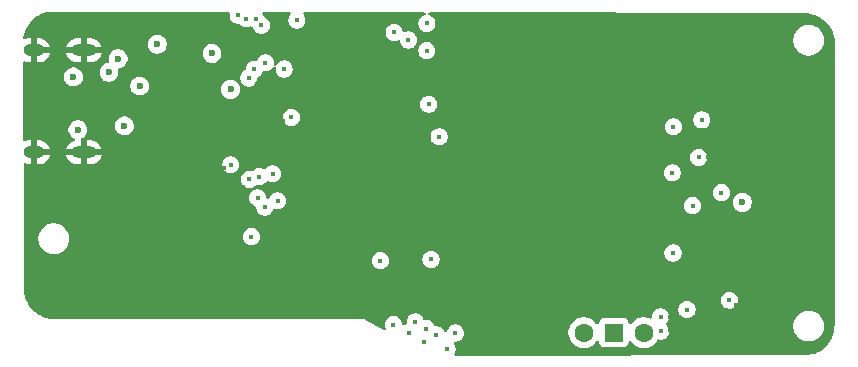
<source format=gbr>
%TF.GenerationSoftware,KiCad,Pcbnew,9.0.6-9.0.6~ubuntu24.04.1*%
%TF.CreationDate,2025-12-05T16:25:40-03:00*%
%TF.ProjectId,Smart_insoles_2025_v1,536d6172-745f-4696-9e73-6f6c65735f32,rev?*%
%TF.SameCoordinates,Original*%
%TF.FileFunction,Copper,L3,Inr*%
%TF.FilePolarity,Positive*%
%FSLAX46Y46*%
G04 Gerber Fmt 4.6, Leading zero omitted, Abs format (unit mm)*
G04 Created by KiCad (PCBNEW 9.0.6-9.0.6~ubuntu24.04.1) date 2025-12-05 16:25:40*
%MOMM*%
%LPD*%
G01*
G04 APERTURE LIST*
%TA.AperFunction,ComponentPad*%
%ADD10C,1.600000*%
%TD*%
%TA.AperFunction,ComponentPad*%
%ADD11R,1.500000X1.500000*%
%TD*%
%TA.AperFunction,HeatsinkPad*%
%ADD12O,1.800000X1.000000*%
%TD*%
%TA.AperFunction,HeatsinkPad*%
%ADD13O,2.100000X1.000000*%
%TD*%
%TA.AperFunction,ViaPad*%
%ADD14C,0.600000*%
%TD*%
%TA.AperFunction,ViaPad*%
%ADD15C,0.450000*%
%TD*%
G04 APERTURE END LIST*
D10*
%TO.N,unconnected-(SW3-C-Pad1)*%
%TO.C,SW3*%
X157690000Y-96620000D03*
D11*
%TO.N,/Battery Circuit Options/VBUS_OUT_B*%
X155150000Y-96620000D03*
D10*
%TO.N,Vsel*%
X152610000Y-96620000D03*
%TD*%
D12*
%TO.N,GND*%
%TO.C,J2*%
X106082500Y-81360000D03*
D13*
X110262500Y-81360000D03*
D12*
X106082500Y-72720000D03*
D13*
X110262500Y-72720000D03*
%TD*%
D14*
%TO.N,VBUS*%
X113710000Y-79130000D03*
X113180000Y-73430000D03*
%TO.N,GND*%
X108710000Y-80260000D03*
%TO.N,VBUS*%
X112410000Y-74590000D03*
X115020000Y-75750000D03*
X109780000Y-79440000D03*
X116510000Y-72220000D03*
X109400000Y-74980000D03*
D15*
%TO.N,+3V3*%
X137800000Y-96620000D03*
X139290000Y-96280000D03*
D14*
X121130000Y-72990000D03*
X122700000Y-76040000D03*
%TO.N,GND*%
X109470000Y-87430000D03*
X105800000Y-87660000D03*
X117230000Y-77160000D03*
X121270000Y-71170000D03*
X108490000Y-73840000D03*
X113700000Y-81830000D03*
X111870000Y-70210000D03*
X116420000Y-70240000D03*
X141830000Y-88290000D03*
X164150000Y-96470000D03*
D15*
X122140793Y-82653953D03*
%TO.N,S3*%
X125140000Y-83430000D03*
D14*
%TO.N,GND*%
X131430000Y-77540000D03*
D15*
X118875000Y-89050000D03*
X112250000Y-84350000D03*
X114900000Y-91100000D03*
X118850000Y-87150000D03*
X116900000Y-91100000D03*
X116900000Y-89075000D03*
X121000000Y-84200000D03*
X120750000Y-89075000D03*
X114420000Y-88130000D03*
X118850000Y-91025000D03*
X114875000Y-89100000D03*
X117800000Y-87000000D03*
X116525000Y-82330000D03*
X121050000Y-90150000D03*
X116840000Y-87180000D03*
X117450000Y-86090000D03*
X121100000Y-88110000D03*
X119650000Y-86850000D03*
X114385000Y-90115000D03*
X120775000Y-91075000D03*
X115900000Y-86900000D03*
D14*
X144120000Y-92000000D03*
D15*
%TO.N,/EN*%
X126680000Y-85470000D03*
X124475000Y-88510000D03*
%TO.N,/FSR_AnalogFE/FSR_IN*%
X140360000Y-80050000D03*
X139480000Y-77280000D03*
%TO.N,/FSR_AnalogFE/FSR_OUT_6*%
X164940000Y-93880000D03*
X136550000Y-71210000D03*
D14*
%TO.N,/FSR_AnalogFE/FSR_OUT_7*%
X166040000Y-85610000D03*
D15*
X139330000Y-70450000D03*
%TO.N,/FSR_AnalogFE/FSR_OUT_5*%
X164270000Y-84770000D03*
X137770000Y-71850000D03*
%TO.N,/FSR_AnalogFE/FSR_OUT_4*%
X161820000Y-85880000D03*
X139319000Y-72750000D03*
%TO.N,+3V3*%
X160190000Y-79200000D03*
X141040000Y-98020000D03*
X138330000Y-95720000D03*
X127847558Y-78403912D03*
X161350000Y-94690000D03*
X141725000Y-96665000D03*
X136500000Y-95950000D03*
X160100735Y-83100735D03*
X140110000Y-96810000D03*
X160170000Y-89884363D03*
X139050000Y-97460000D03*
%TO.N,GND*%
X139600000Y-75600000D03*
X163360000Y-78070000D03*
X129400000Y-88550000D03*
X117040000Y-94100000D03*
X126530000Y-87690000D03*
X150241000Y-78576363D03*
X129125000Y-93672885D03*
X138190000Y-72920000D03*
X124340000Y-82130000D03*
X115410000Y-94100000D03*
X169345800Y-76962000D03*
D14*
X133726259Y-86956186D03*
D15*
X140650000Y-90400000D03*
X141150000Y-80730000D03*
X115850000Y-93350000D03*
X119800000Y-93200000D03*
X150180000Y-89720000D03*
X133720778Y-75600000D03*
X130190000Y-79540000D03*
X135701750Y-75600000D03*
X139840000Y-94590000D03*
X144050000Y-97125000D03*
X121790000Y-94100000D03*
X131271323Y-89878677D03*
X116240000Y-94100000D03*
X154550000Y-88550000D03*
X143900000Y-79370000D03*
X117840000Y-94100000D03*
X111165000Y-95065000D03*
X159890000Y-96390000D03*
X138400000Y-69900000D03*
X106370000Y-92800000D03*
X118875000Y-93075000D03*
X122670000Y-94100000D03*
X137750000Y-75600000D03*
X118690000Y-94100000D03*
X165460000Y-94270000D03*
X164350000Y-93200000D03*
X122690000Y-93290000D03*
X145700000Y-75600000D03*
X120990000Y-92080000D03*
X130810000Y-91600000D03*
X142630000Y-85080000D03*
X143750000Y-75600000D03*
X113800000Y-94100000D03*
X119490000Y-94100000D03*
X132294463Y-85582500D03*
X129850000Y-72405000D03*
X127200000Y-93672885D03*
X131700000Y-75600000D03*
X172450000Y-91300000D03*
X163640000Y-79240163D03*
X116900000Y-93050000D03*
X168900000Y-90950000D03*
X160810000Y-86350000D03*
X114590000Y-94100000D03*
X159920003Y-95300000D03*
X127666511Y-83650000D03*
X131800000Y-72405000D03*
X135560000Y-71060000D03*
X127070000Y-87540000D03*
X122365500Y-87565500D03*
X142550000Y-86100000D03*
X114500000Y-92050000D03*
X117800000Y-93200000D03*
X122350000Y-89700000D03*
X147660000Y-75560000D03*
X120290000Y-94100000D03*
X120990000Y-94100000D03*
X136200000Y-91070000D03*
X136690000Y-72180000D03*
X163115031Y-81795963D03*
X163320000Y-89430000D03*
X166070000Y-86720000D03*
X141700000Y-75600000D03*
X113040000Y-94100000D03*
X122750000Y-86450000D03*
X129087028Y-72360554D03*
X163250000Y-84810000D03*
X144960141Y-92504273D03*
X124930000Y-75542500D03*
X172700000Y-76900000D03*
X127107828Y-78708550D03*
X154960000Y-77570000D03*
X123715735Y-84284265D03*
D14*
X129854433Y-93747885D03*
D15*
X128439853Y-85940001D03*
%TO.N,CS*%
X125650000Y-73790000D03*
X125310000Y-70600000D03*
%TO.N,SDO{slash}SA0*%
X124020000Y-70040000D03*
%TO.N,SCL*%
X124700000Y-74320400D03*
%TO.N,SDA*%
X124250000Y-75070000D03*
%TO.N,I3*%
X162610000Y-78620000D03*
X162330000Y-81790000D03*
%TO.N,S3*%
X125000000Y-85217000D03*
%TO.N,I7*%
X159120000Y-96500000D03*
X159120000Y-95300000D03*
%TO.N,S2*%
X126260000Y-83190000D03*
X125600000Y-86000000D03*
%TO.N,SIG*%
X135390000Y-90530000D03*
X139680000Y-90420000D03*
X122720598Y-82420598D03*
X124300000Y-83662660D03*
%TO.N,INT*%
X128320800Y-70160000D03*
%TO.N,SDX*%
X124820000Y-70080000D03*
%TO.N,SCX*%
X123342216Y-69745012D03*
%TO.N,INT2*%
X127240000Y-74310000D03*
%TD*%
%TA.AperFunction,Conductor*%
%TO.N,GND*%
G36*
X122505730Y-69473136D02*
G01*
X122572728Y-69492951D01*
X122618381Y-69545843D01*
X122628190Y-69615021D01*
X122627105Y-69621326D01*
X122616716Y-69673557D01*
X122616716Y-69816467D01*
X122616716Y-69816469D01*
X122616715Y-69816469D01*
X122644595Y-69956626D01*
X122644597Y-69956632D01*
X122699285Y-70088662D01*
X122699290Y-70088671D01*
X122778683Y-70207490D01*
X122778686Y-70207494D01*
X122879733Y-70308541D01*
X122879737Y-70308544D01*
X122998556Y-70387937D01*
X122998565Y-70387942D01*
X122999635Y-70388385D01*
X123130596Y-70442631D01*
X123130600Y-70442631D01*
X123130601Y-70442632D01*
X123270758Y-70470512D01*
X123373138Y-70470512D01*
X123440177Y-70490197D01*
X123460819Y-70506831D01*
X123557517Y-70603529D01*
X123557521Y-70603532D01*
X123676340Y-70682925D01*
X123676349Y-70682930D01*
X123704967Y-70694784D01*
X123808380Y-70737619D01*
X123808384Y-70737619D01*
X123808385Y-70737620D01*
X123948542Y-70765500D01*
X123948545Y-70765500D01*
X124091457Y-70765500D01*
X124185751Y-70746742D01*
X124231620Y-70737619D01*
X124335033Y-70694783D01*
X124369243Y-70691105D01*
X124403395Y-70687121D01*
X124404013Y-70687367D01*
X124404500Y-70687315D01*
X124436983Y-70697963D01*
X124444451Y-70701617D01*
X124476347Y-70722929D01*
X124552333Y-70754403D01*
X124555802Y-70756101D01*
X124578850Y-70777173D01*
X124603159Y-70796763D01*
X124606033Y-70802026D01*
X124607368Y-70803247D01*
X124607997Y-70805624D01*
X124615864Y-70820030D01*
X124667069Y-70943649D01*
X124667074Y-70943659D01*
X124746467Y-71062478D01*
X124746470Y-71062482D01*
X124847517Y-71163529D01*
X124847521Y-71163532D01*
X124966340Y-71242925D01*
X124966346Y-71242928D01*
X124966347Y-71242929D01*
X125098380Y-71297619D01*
X125098384Y-71297619D01*
X125098385Y-71297620D01*
X125238542Y-71325500D01*
X125238545Y-71325500D01*
X125381457Y-71325500D01*
X125475751Y-71306742D01*
X125521620Y-71297619D01*
X125560638Y-71281457D01*
X135824499Y-71281457D01*
X135852379Y-71421614D01*
X135852381Y-71421620D01*
X135907069Y-71553650D01*
X135907074Y-71553659D01*
X135986467Y-71672478D01*
X135986470Y-71672482D01*
X136087517Y-71773529D01*
X136087521Y-71773532D01*
X136206340Y-71852925D01*
X136206346Y-71852928D01*
X136206347Y-71852929D01*
X136338380Y-71907619D01*
X136338384Y-71907619D01*
X136338385Y-71907620D01*
X136478542Y-71935500D01*
X136478545Y-71935500D01*
X136621457Y-71935500D01*
X136715751Y-71916742D01*
X136761620Y-71907619D01*
X136880831Y-71858239D01*
X136950299Y-71850771D01*
X137012779Y-71882046D01*
X137048431Y-71942135D01*
X137049900Y-71948608D01*
X137072380Y-72061615D01*
X137072381Y-72061620D01*
X137127069Y-72193650D01*
X137127074Y-72193659D01*
X137206467Y-72312478D01*
X137206470Y-72312482D01*
X137307517Y-72413529D01*
X137307521Y-72413532D01*
X137426340Y-72492925D01*
X137426346Y-72492928D01*
X137426347Y-72492929D01*
X137558380Y-72547619D01*
X137558384Y-72547619D01*
X137558385Y-72547620D01*
X137698542Y-72575500D01*
X137698545Y-72575500D01*
X137841457Y-72575500D01*
X137965449Y-72550836D01*
X137975711Y-72548794D01*
X137981620Y-72547619D01*
X138113653Y-72492929D01*
X138232479Y-72413532D01*
X138333532Y-72312479D01*
X138412929Y-72193653D01*
X138467619Y-72061620D01*
X138482562Y-71986498D01*
X138495500Y-71921457D01*
X138495500Y-71778543D01*
X138492338Y-71762648D01*
X170349500Y-71762648D01*
X170349500Y-71967352D01*
X170353878Y-71994995D01*
X170381522Y-72169534D01*
X170444781Y-72364223D01*
X170498678Y-72470000D01*
X170533522Y-72538385D01*
X170537715Y-72546613D01*
X170658028Y-72712213D01*
X170802786Y-72856971D01*
X170944679Y-72960060D01*
X170968390Y-72977287D01*
X171084607Y-73036503D01*
X171150776Y-73070218D01*
X171150778Y-73070218D01*
X171150781Y-73070220D01*
X171222919Y-73093659D01*
X171345465Y-73133477D01*
X171431281Y-73147069D01*
X171547648Y-73165500D01*
X171547649Y-73165500D01*
X171752351Y-73165500D01*
X171752352Y-73165500D01*
X171954534Y-73133477D01*
X172149219Y-73070220D01*
X172151924Y-73068842D01*
X172160445Y-73064500D01*
X172331610Y-72977287D01*
X172432200Y-72904205D01*
X172497213Y-72856971D01*
X172497215Y-72856968D01*
X172497219Y-72856966D01*
X172641966Y-72712219D01*
X172641968Y-72712215D01*
X172641971Y-72712213D01*
X172724089Y-72599185D01*
X172762287Y-72546610D01*
X172855220Y-72364219D01*
X172918477Y-72169534D01*
X172950500Y-71967352D01*
X172950500Y-71762648D01*
X172943745Y-71720000D01*
X172918477Y-71560465D01*
X172872300Y-71418349D01*
X172855220Y-71365781D01*
X172855218Y-71365778D01*
X172855218Y-71365776D01*
X172805073Y-71267362D01*
X172762287Y-71183390D01*
X172754556Y-71172749D01*
X172641971Y-71017786D01*
X172497213Y-70873028D01*
X172331613Y-70752715D01*
X172331612Y-70752714D01*
X172331610Y-70752713D01*
X172273156Y-70722929D01*
X172149223Y-70659781D01*
X171954534Y-70596522D01*
X171768584Y-70567071D01*
X171752352Y-70564500D01*
X171547648Y-70564500D01*
X171531416Y-70567071D01*
X171345465Y-70596522D01*
X171150776Y-70659781D01*
X170968386Y-70752715D01*
X170802786Y-70873028D01*
X170658028Y-71017786D01*
X170537715Y-71183386D01*
X170444781Y-71365776D01*
X170381522Y-71560465D01*
X170356255Y-71720000D01*
X170349500Y-71762648D01*
X138492338Y-71762648D01*
X138478156Y-71691353D01*
X138467619Y-71638380D01*
X138425318Y-71536258D01*
X138412930Y-71506349D01*
X138412925Y-71506340D01*
X138333532Y-71387521D01*
X138333529Y-71387517D01*
X138232482Y-71286470D01*
X138232478Y-71286467D01*
X138113659Y-71207074D01*
X138113650Y-71207069D01*
X137981620Y-71152381D01*
X137981614Y-71152379D01*
X137841457Y-71124500D01*
X137841455Y-71124500D01*
X137698545Y-71124500D01*
X137698543Y-71124500D01*
X137558385Y-71152379D01*
X137558375Y-71152382D01*
X137439168Y-71201759D01*
X137369699Y-71209228D01*
X137307220Y-71177952D01*
X137271568Y-71117863D01*
X137270099Y-71111390D01*
X137247620Y-70998385D01*
X137247619Y-70998384D01*
X137247619Y-70998380D01*
X137201315Y-70886592D01*
X137192930Y-70866349D01*
X137192925Y-70866340D01*
X137113532Y-70747521D01*
X137113529Y-70747517D01*
X137012482Y-70646470D01*
X137012478Y-70646467D01*
X136893659Y-70567074D01*
X136893650Y-70567069D01*
X136761620Y-70512381D01*
X136761614Y-70512379D01*
X136621457Y-70484500D01*
X136621455Y-70484500D01*
X136478545Y-70484500D01*
X136478543Y-70484500D01*
X136338385Y-70512379D01*
X136338379Y-70512381D01*
X136206349Y-70567069D01*
X136206340Y-70567074D01*
X136087521Y-70646467D01*
X136087517Y-70646470D01*
X135986470Y-70747517D01*
X135986467Y-70747521D01*
X135907074Y-70866340D01*
X135907069Y-70866349D01*
X135852381Y-70998379D01*
X135852379Y-70998385D01*
X135824500Y-71138542D01*
X135824500Y-71138545D01*
X135824500Y-71281455D01*
X135824500Y-71281457D01*
X135824499Y-71281457D01*
X125560638Y-71281457D01*
X125653653Y-71242929D01*
X125772479Y-71163532D01*
X125873532Y-71062479D01*
X125952929Y-70943653D01*
X126007619Y-70811620D01*
X126030227Y-70697963D01*
X126035500Y-70671457D01*
X126035500Y-70528542D01*
X126007620Y-70388385D01*
X126007619Y-70388384D01*
X126007619Y-70388380D01*
X125952929Y-70256347D01*
X125952928Y-70256346D01*
X125952925Y-70256340D01*
X125873532Y-70137521D01*
X125873529Y-70137517D01*
X125772482Y-70036470D01*
X125772478Y-70036467D01*
X125653659Y-69957074D01*
X125653649Y-69957069D01*
X125581242Y-69927077D01*
X125560818Y-69910618D01*
X125538217Y-69897308D01*
X125531632Y-69887098D01*
X125526839Y-69883236D01*
X125517993Y-69868383D01*
X125515913Y-69864261D01*
X125462929Y-69736347D01*
X125415651Y-69665591D01*
X125412249Y-69658849D01*
X125407243Y-69631616D01*
X125398971Y-69605196D01*
X125401017Y-69597737D01*
X125399619Y-69590130D01*
X125410130Y-69564515D01*
X125417455Y-69537816D01*
X125423208Y-69532647D01*
X125426145Y-69525492D01*
X125448838Y-69509625D01*
X125469434Y-69491125D01*
X125478097Y-69489167D01*
X125483407Y-69485456D01*
X125496851Y-69484931D01*
X125523188Y-69478982D01*
X127672522Y-69483145D01*
X127739521Y-69502960D01*
X127785174Y-69555852D01*
X127794983Y-69625030D01*
X127765835Y-69688529D01*
X127759968Y-69694820D01*
X127757267Y-69697521D01*
X127677874Y-69816340D01*
X127677869Y-69816349D01*
X127623181Y-69948379D01*
X127623179Y-69948385D01*
X127595300Y-70088542D01*
X127595300Y-70088545D01*
X127595300Y-70231455D01*
X127595300Y-70231457D01*
X127595299Y-70231457D01*
X127623179Y-70371614D01*
X127623181Y-70371620D01*
X127677869Y-70503650D01*
X127677874Y-70503659D01*
X127757267Y-70622478D01*
X127757270Y-70622482D01*
X127858317Y-70723529D01*
X127858321Y-70723532D01*
X127977140Y-70802925D01*
X127977149Y-70802930D01*
X127983653Y-70805624D01*
X128109180Y-70857619D01*
X128109184Y-70857619D01*
X128109185Y-70857620D01*
X128249342Y-70885500D01*
X128249345Y-70885500D01*
X128392257Y-70885500D01*
X128488577Y-70866340D01*
X128532420Y-70857619D01*
X128664453Y-70802929D01*
X128783279Y-70723532D01*
X128884332Y-70622479D01*
X128963729Y-70503653D01*
X129018419Y-70371620D01*
X129046300Y-70231455D01*
X129046300Y-70088545D01*
X129046300Y-70088542D01*
X129018420Y-69948385D01*
X129018419Y-69948384D01*
X129018419Y-69948380D01*
X128963729Y-69816347D01*
X128963728Y-69816346D01*
X128963725Y-69816340D01*
X128884332Y-69697521D01*
X128884329Y-69697517D01*
X128884156Y-69697344D01*
X128884094Y-69697230D01*
X128880467Y-69692811D01*
X128881305Y-69692123D01*
X128850671Y-69636021D01*
X128855655Y-69566329D01*
X128897527Y-69510396D01*
X128962991Y-69485979D01*
X128972069Y-69485663D01*
X139101855Y-69505286D01*
X139168856Y-69525101D01*
X139214509Y-69577993D01*
X139224318Y-69647171D01*
X139195170Y-69710670D01*
X139136319Y-69748331D01*
X139125809Y-69750903D01*
X139118383Y-69752380D01*
X139118379Y-69752381D01*
X138986349Y-69807069D01*
X138986340Y-69807074D01*
X138867521Y-69886467D01*
X138867517Y-69886470D01*
X138766470Y-69987517D01*
X138766467Y-69987521D01*
X138687074Y-70106340D01*
X138687069Y-70106349D01*
X138632381Y-70238379D01*
X138632379Y-70238385D01*
X138604500Y-70378542D01*
X138604500Y-70378545D01*
X138604500Y-70521455D01*
X138604500Y-70521457D01*
X138604499Y-70521457D01*
X138632379Y-70661614D01*
X138632381Y-70661620D01*
X138687069Y-70793650D01*
X138687074Y-70793659D01*
X138766467Y-70912478D01*
X138766470Y-70912482D01*
X138867517Y-71013529D01*
X138867521Y-71013532D01*
X138986340Y-71092925D01*
X138986346Y-71092928D01*
X138986347Y-71092929D01*
X139118380Y-71147619D01*
X139118384Y-71147619D01*
X139118385Y-71147620D01*
X139258542Y-71175500D01*
X139258545Y-71175500D01*
X139401457Y-71175500D01*
X139517690Y-71152379D01*
X139541620Y-71147619D01*
X139673653Y-71092929D01*
X139792479Y-71013532D01*
X139893532Y-70912479D01*
X139972929Y-70793653D01*
X140027619Y-70661620D01*
X140046938Y-70564500D01*
X140055500Y-70521457D01*
X140055500Y-70378542D01*
X140027620Y-70238385D01*
X140027619Y-70238384D01*
X140027619Y-70238380D01*
X139972929Y-70106347D01*
X139972928Y-70106346D01*
X139972925Y-70106340D01*
X139893532Y-69987521D01*
X139893529Y-69987517D01*
X139792482Y-69886470D01*
X139792478Y-69886467D01*
X139673659Y-69807074D01*
X139673650Y-69807069D01*
X139541620Y-69752381D01*
X139541615Y-69752380D01*
X139538676Y-69751795D01*
X139537279Y-69751064D01*
X139535788Y-69750612D01*
X139535873Y-69750328D01*
X139476767Y-69719405D01*
X139442197Y-69658687D01*
X139445942Y-69588917D01*
X139486813Y-69532248D01*
X139551833Y-69506672D01*
X139563101Y-69506179D01*
X171240520Y-69567543D01*
X171242379Y-69567547D01*
X171242851Y-69567674D01*
X171305495Y-69567674D01*
X171305521Y-69567681D01*
X171312200Y-69567868D01*
X171587025Y-69583307D01*
X171600829Y-69584863D01*
X171868753Y-69630388D01*
X171882304Y-69633482D01*
X172143428Y-69708714D01*
X172156549Y-69713306D01*
X172407623Y-69817308D01*
X172420152Y-69823341D01*
X172528520Y-69883236D01*
X172657985Y-69954790D01*
X172669757Y-69962187D01*
X172891398Y-70119452D01*
X172902248Y-70128104D01*
X173104888Y-70309196D01*
X173114715Y-70319023D01*
X173295804Y-70521663D01*
X173304463Y-70532521D01*
X173349875Y-70596523D01*
X173461722Y-70754158D01*
X173469119Y-70765931D01*
X173600571Y-71003773D01*
X173606605Y-71016302D01*
X173685624Y-71207071D01*
X173710598Y-71267362D01*
X173715189Y-71280484D01*
X173780259Y-71506340D01*
X173790424Y-71541622D01*
X173793518Y-71555179D01*
X173839038Y-71823086D01*
X173840595Y-71836903D01*
X173856056Y-72112172D01*
X173856251Y-72119143D01*
X173852913Y-95920233D01*
X173852912Y-95928993D01*
X173852901Y-95929036D01*
X173852902Y-95986681D01*
X173852902Y-95991472D01*
X173852901Y-95991474D01*
X173852707Y-95998402D01*
X173837282Y-96273207D01*
X173835725Y-96287026D01*
X173790211Y-96554936D01*
X173787117Y-96568493D01*
X173711893Y-96829619D01*
X173707301Y-96842745D01*
X173603306Y-97093820D01*
X173597272Y-97106349D01*
X173465827Y-97344185D01*
X173458429Y-97355959D01*
X173301174Y-97577594D01*
X173292503Y-97588467D01*
X173111422Y-97791096D01*
X173101590Y-97800929D01*
X172898956Y-97982013D01*
X172888083Y-97990683D01*
X172666464Y-98147927D01*
X172654690Y-98155325D01*
X172416835Y-98286779D01*
X172404306Y-98292813D01*
X172153236Y-98396804D01*
X172140118Y-98401394D01*
X171878993Y-98476617D01*
X171865436Y-98479711D01*
X171597509Y-98525227D01*
X171583690Y-98526783D01*
X171308716Y-98542217D01*
X171301907Y-98542412D01*
X171301077Y-98542412D01*
X171239527Y-98542412D01*
X171239261Y-98542482D01*
X171230987Y-98542492D01*
X171230985Y-98542491D01*
X171230980Y-98542492D01*
X141774516Y-98573977D01*
X141707455Y-98554364D01*
X141661644Y-98501609D01*
X141651626Y-98432461D01*
X141671281Y-98381085D01*
X141671448Y-98380835D01*
X141682929Y-98363653D01*
X141737619Y-98231620D01*
X141761549Y-98111319D01*
X141765500Y-98091457D01*
X141765500Y-97948542D01*
X141737620Y-97808385D01*
X141737619Y-97808384D01*
X141737619Y-97808380D01*
X141682929Y-97676347D01*
X141682928Y-97676346D01*
X141682925Y-97676340D01*
X141620818Y-97583391D01*
X141599940Y-97516714D01*
X141618424Y-97449333D01*
X141670403Y-97402643D01*
X141723920Y-97390500D01*
X141796457Y-97390500D01*
X141922136Y-97365500D01*
X141936620Y-97362619D01*
X142068653Y-97307929D01*
X142187479Y-97228532D01*
X142288532Y-97127479D01*
X142367929Y-97008653D01*
X142422619Y-96876620D01*
X142439491Y-96791799D01*
X142450500Y-96736457D01*
X142450500Y-96593542D01*
X142439246Y-96536968D01*
X142439246Y-96536967D01*
X142435403Y-96517648D01*
X151309500Y-96517648D01*
X151309500Y-96722351D01*
X151341522Y-96924534D01*
X151404781Y-97119223D01*
X151444727Y-97197620D01*
X151494090Y-97294500D01*
X151497715Y-97301613D01*
X151618028Y-97467213D01*
X151762786Y-97611971D01*
X151851397Y-97676349D01*
X151928390Y-97732287D01*
X152043809Y-97791096D01*
X152110776Y-97825218D01*
X152110778Y-97825218D01*
X152110781Y-97825220D01*
X152181996Y-97848359D01*
X152305465Y-97888477D01*
X152406557Y-97904488D01*
X152507648Y-97920500D01*
X152507649Y-97920500D01*
X152712351Y-97920500D01*
X152712352Y-97920500D01*
X152914534Y-97888477D01*
X153109219Y-97825220D01*
X153109561Y-97825046D01*
X153131640Y-97813796D01*
X153291610Y-97732287D01*
X153423656Y-97636351D01*
X153457213Y-97611971D01*
X153457215Y-97611968D01*
X153457219Y-97611966D01*
X153601966Y-97467219D01*
X153676568Y-97364536D01*
X153731898Y-97321870D01*
X153801511Y-97315891D01*
X153863306Y-97348496D01*
X153897664Y-97409334D01*
X153900177Y-97424166D01*
X153905909Y-97477483D01*
X153956202Y-97612328D01*
X153956206Y-97612335D01*
X154042452Y-97727544D01*
X154042455Y-97727547D01*
X154157664Y-97813793D01*
X154157671Y-97813797D01*
X154292517Y-97864091D01*
X154292516Y-97864091D01*
X154299444Y-97864835D01*
X154352127Y-97870500D01*
X155947872Y-97870499D01*
X156007483Y-97864091D01*
X156142331Y-97813796D01*
X156257546Y-97727546D01*
X156343796Y-97612331D01*
X156394091Y-97477483D01*
X156399823Y-97424162D01*
X156426560Y-97359615D01*
X156483952Y-97319767D01*
X156553777Y-97317273D01*
X156613866Y-97352925D01*
X156623430Y-97364536D01*
X156698028Y-97467212D01*
X156698032Y-97467217D01*
X156842786Y-97611971D01*
X156931397Y-97676349D01*
X157008390Y-97732287D01*
X157123809Y-97791096D01*
X157190776Y-97825218D01*
X157190778Y-97825218D01*
X157190781Y-97825220D01*
X157261996Y-97848359D01*
X157385465Y-97888477D01*
X157486557Y-97904488D01*
X157587648Y-97920500D01*
X157587649Y-97920500D01*
X157792351Y-97920500D01*
X157792352Y-97920500D01*
X157994534Y-97888477D01*
X158189219Y-97825220D01*
X158189561Y-97825046D01*
X158211640Y-97813796D01*
X158371610Y-97732287D01*
X158503656Y-97636351D01*
X158537213Y-97611971D01*
X158537215Y-97611968D01*
X158537219Y-97611966D01*
X158681966Y-97467219D01*
X158802287Y-97301610D01*
X158817546Y-97271661D01*
X158865518Y-97220867D01*
X158933339Y-97204071D01*
X158952222Y-97206340D01*
X159048542Y-97225500D01*
X159048545Y-97225500D01*
X159191457Y-97225500D01*
X159299184Y-97204071D01*
X159331620Y-97197619D01*
X159463653Y-97142929D01*
X159582479Y-97063532D01*
X159683532Y-96962479D01*
X159762929Y-96843653D01*
X159817619Y-96711620D01*
X159838761Y-96605333D01*
X159845500Y-96571457D01*
X159845500Y-96428542D01*
X159817620Y-96288385D01*
X159817619Y-96288384D01*
X159817619Y-96288380D01*
X159775318Y-96186258D01*
X159762930Y-96156349D01*
X159762925Y-96156340D01*
X159684709Y-96039282D01*
X159684707Y-96039280D01*
X159683532Y-96037521D01*
X159633460Y-95987449D01*
X159633197Y-95987183D01*
X159619979Y-95962648D01*
X170349500Y-95962648D01*
X170349500Y-96167351D01*
X170381522Y-96369534D01*
X170444781Y-96564223D01*
X170502086Y-96676689D01*
X170535608Y-96742479D01*
X170537715Y-96746613D01*
X170658028Y-96912213D01*
X170802786Y-97056971D01*
X170921101Y-97142930D01*
X170968390Y-97177287D01*
X171068958Y-97228529D01*
X171150776Y-97270218D01*
X171150778Y-97270218D01*
X171150781Y-97270220D01*
X171247399Y-97301613D01*
X171345465Y-97333477D01*
X171421375Y-97345500D01*
X171547648Y-97365500D01*
X171547649Y-97365500D01*
X171752351Y-97365500D01*
X171752352Y-97365500D01*
X171954534Y-97333477D01*
X172149219Y-97270220D01*
X172331610Y-97177287D01*
X172437642Y-97100251D01*
X172497213Y-97056971D01*
X172497215Y-97056968D01*
X172497219Y-97056966D01*
X172641966Y-96912219D01*
X172641968Y-96912215D01*
X172641971Y-96912213D01*
X172701978Y-96829619D01*
X172762287Y-96746610D01*
X172855220Y-96564219D01*
X172918477Y-96369534D01*
X172950500Y-96167352D01*
X172950500Y-95962648D01*
X172945176Y-95929036D01*
X172918477Y-95760465D01*
X172880521Y-95643650D01*
X172855220Y-95565781D01*
X172855218Y-95565778D01*
X172855218Y-95565776D01*
X172810703Y-95478411D01*
X172762287Y-95383390D01*
X172752195Y-95369500D01*
X172641971Y-95217786D01*
X172497213Y-95073028D01*
X172331613Y-94952715D01*
X172331612Y-94952714D01*
X172331610Y-94952713D01*
X172274653Y-94923691D01*
X172149223Y-94859781D01*
X171954534Y-94796522D01*
X171779995Y-94768878D01*
X171752352Y-94764500D01*
X171547648Y-94764500D01*
X171523329Y-94768351D01*
X171345465Y-94796522D01*
X171150776Y-94859781D01*
X170968386Y-94952715D01*
X170802786Y-95073028D01*
X170658028Y-95217786D01*
X170537715Y-95383386D01*
X170444781Y-95565776D01*
X170381522Y-95760465D01*
X170349500Y-95962648D01*
X159619979Y-95962648D01*
X159616740Y-95956635D01*
X159600208Y-95926358D01*
X159600234Y-95925994D01*
X159600060Y-95925671D01*
X159602723Y-95891179D01*
X159605192Y-95856666D01*
X159605416Y-95856317D01*
X159605440Y-95856009D01*
X159606589Y-95854490D01*
X159633693Y-95812319D01*
X159683529Y-95762482D01*
X159683532Y-95762479D01*
X159762929Y-95643653D01*
X159817619Y-95511620D01*
X159829741Y-95450679D01*
X159845500Y-95371457D01*
X159845500Y-95228542D01*
X159817620Y-95088385D01*
X159817619Y-95088384D01*
X159817619Y-95088380D01*
X159762929Y-94956347D01*
X159762928Y-94956346D01*
X159762925Y-94956340D01*
X159683532Y-94837521D01*
X159683529Y-94837517D01*
X159607469Y-94761457D01*
X160624499Y-94761457D01*
X160652379Y-94901614D01*
X160652381Y-94901620D01*
X160707069Y-95033650D01*
X160707074Y-95033659D01*
X160786467Y-95152478D01*
X160786470Y-95152482D01*
X160887517Y-95253529D01*
X160887521Y-95253532D01*
X161006340Y-95332925D01*
X161006346Y-95332928D01*
X161006347Y-95332929D01*
X161138380Y-95387619D01*
X161138384Y-95387619D01*
X161138385Y-95387620D01*
X161278542Y-95415500D01*
X161278545Y-95415500D01*
X161421457Y-95415500D01*
X161536378Y-95392640D01*
X161561620Y-95387619D01*
X161693653Y-95332929D01*
X161812479Y-95253532D01*
X161913532Y-95152479D01*
X161992929Y-95033653D01*
X162047619Y-94901620D01*
X162061901Y-94829823D01*
X162075500Y-94761457D01*
X162075500Y-94618542D01*
X162047620Y-94478385D01*
X162047619Y-94478384D01*
X162047619Y-94478380D01*
X161992929Y-94346347D01*
X161992928Y-94346346D01*
X161992925Y-94346340D01*
X161913532Y-94227521D01*
X161913529Y-94227517D01*
X161812482Y-94126470D01*
X161812478Y-94126467D01*
X161693659Y-94047074D01*
X161693650Y-94047069D01*
X161561620Y-93992381D01*
X161561614Y-93992379D01*
X161421457Y-93964500D01*
X161421455Y-93964500D01*
X161278545Y-93964500D01*
X161278543Y-93964500D01*
X161138385Y-93992379D01*
X161138379Y-93992381D01*
X161006349Y-94047069D01*
X161006340Y-94047074D01*
X160887521Y-94126467D01*
X160887517Y-94126470D01*
X160786470Y-94227517D01*
X160786467Y-94227521D01*
X160707074Y-94346340D01*
X160707069Y-94346349D01*
X160652381Y-94478379D01*
X160652379Y-94478385D01*
X160624500Y-94618542D01*
X160624500Y-94618545D01*
X160624500Y-94761455D01*
X160624500Y-94761457D01*
X160624499Y-94761457D01*
X159607469Y-94761457D01*
X159582482Y-94736470D01*
X159582478Y-94736467D01*
X159551181Y-94715555D01*
X159463659Y-94657074D01*
X159463650Y-94657069D01*
X159331620Y-94602381D01*
X159331614Y-94602379D01*
X159191457Y-94574500D01*
X159191455Y-94574500D01*
X159048545Y-94574500D01*
X159048543Y-94574500D01*
X158908385Y-94602379D01*
X158908379Y-94602381D01*
X158776349Y-94657069D01*
X158776340Y-94657074D01*
X158657521Y-94736467D01*
X158657517Y-94736470D01*
X158556470Y-94837517D01*
X158556467Y-94837521D01*
X158477074Y-94956340D01*
X158477069Y-94956349D01*
X158422381Y-95088379D01*
X158422379Y-95088385D01*
X158394500Y-95228542D01*
X158394500Y-95317025D01*
X158374815Y-95384064D01*
X158322011Y-95429819D01*
X158252853Y-95439763D01*
X158214208Y-95427511D01*
X158189226Y-95414783D01*
X158189222Y-95414782D01*
X158189219Y-95414780D01*
X158092611Y-95383390D01*
X157994534Y-95351522D01*
X157819995Y-95323878D01*
X157792352Y-95319500D01*
X157587648Y-95319500D01*
X157563329Y-95323351D01*
X157385465Y-95351522D01*
X157190776Y-95414781D01*
X157008386Y-95507715D01*
X156842786Y-95628028D01*
X156698032Y-95772782D01*
X156698028Y-95772787D01*
X156623430Y-95875463D01*
X156568100Y-95918129D01*
X156498487Y-95924108D01*
X156436692Y-95891502D01*
X156402334Y-95830664D01*
X156399822Y-95815831D01*
X156399444Y-95812319D01*
X156395195Y-95772786D01*
X156394091Y-95762516D01*
X156343797Y-95627671D01*
X156343793Y-95627664D01*
X156257547Y-95512455D01*
X156257544Y-95512452D01*
X156142335Y-95426206D01*
X156142328Y-95426202D01*
X156007482Y-95375908D01*
X156007483Y-95375908D01*
X155947883Y-95369501D01*
X155947881Y-95369500D01*
X155947873Y-95369500D01*
X155947864Y-95369500D01*
X154352129Y-95369500D01*
X154352123Y-95369501D01*
X154292516Y-95375908D01*
X154157671Y-95426202D01*
X154157664Y-95426206D01*
X154042455Y-95512452D01*
X154042452Y-95512455D01*
X153956206Y-95627664D01*
X153956202Y-95627671D01*
X153905908Y-95762516D01*
X153900176Y-95815834D01*
X153873438Y-95880385D01*
X153816045Y-95920233D01*
X153746220Y-95922726D01*
X153686131Y-95887073D01*
X153676569Y-95875463D01*
X153601971Y-95772786D01*
X153457213Y-95628028D01*
X153291613Y-95507715D01*
X153291612Y-95507714D01*
X153291610Y-95507713D01*
X153224189Y-95473360D01*
X153109223Y-95414781D01*
X152914534Y-95351522D01*
X152739995Y-95323878D01*
X152712352Y-95319500D01*
X152507648Y-95319500D01*
X152483329Y-95323351D01*
X152305465Y-95351522D01*
X152110776Y-95414781D01*
X151928386Y-95507715D01*
X151762786Y-95628028D01*
X151618028Y-95772786D01*
X151497715Y-95938386D01*
X151404781Y-96120776D01*
X151341522Y-96315465D01*
X151309500Y-96517648D01*
X142435403Y-96517648D01*
X142432859Y-96504860D01*
X142422619Y-96453380D01*
X142367929Y-96321347D01*
X142367928Y-96321346D01*
X142367925Y-96321340D01*
X142288532Y-96202521D01*
X142288529Y-96202517D01*
X142187482Y-96101470D01*
X142187478Y-96101467D01*
X142068659Y-96022074D01*
X142068650Y-96022069D01*
X141936620Y-95967381D01*
X141936614Y-95967379D01*
X141796457Y-95939500D01*
X141796455Y-95939500D01*
X141653545Y-95939500D01*
X141653543Y-95939500D01*
X141513385Y-95967379D01*
X141513379Y-95967381D01*
X141381349Y-96022069D01*
X141381340Y-96022074D01*
X141262521Y-96101467D01*
X141262517Y-96101470D01*
X141161470Y-96202517D01*
X141161467Y-96202521D01*
X141082074Y-96321340D01*
X141082069Y-96321349D01*
X141027381Y-96453379D01*
X141027380Y-96453382D01*
X141016346Y-96508850D01*
X140983959Y-96570760D01*
X140923243Y-96605333D01*
X140853473Y-96601592D01*
X140796802Y-96560724D01*
X140780168Y-96532108D01*
X140752932Y-96466352D01*
X140752925Y-96466340D01*
X140673532Y-96347521D01*
X140673529Y-96347517D01*
X140572482Y-96246470D01*
X140572478Y-96246467D01*
X140453659Y-96167074D01*
X140453650Y-96167069D01*
X140321620Y-96112381D01*
X140321614Y-96112379D01*
X140181457Y-96084500D01*
X140181455Y-96084500D01*
X140077150Y-96084500D01*
X140010111Y-96064815D01*
X139964356Y-96012011D01*
X139962589Y-96007952D01*
X139932932Y-95936353D01*
X139932925Y-95936340D01*
X139853532Y-95817521D01*
X139853529Y-95817517D01*
X139752482Y-95716470D01*
X139752478Y-95716467D01*
X139633659Y-95637074D01*
X139633650Y-95637069D01*
X139501620Y-95582381D01*
X139501614Y-95582379D01*
X139361457Y-95554500D01*
X139361455Y-95554500D01*
X139218545Y-95554500D01*
X139218540Y-95554500D01*
X139159610Y-95566222D01*
X139090018Y-95559995D01*
X139034841Y-95517131D01*
X139020858Y-95492058D01*
X139019996Y-95489978D01*
X138993581Y-95426206D01*
X138972930Y-95376349D01*
X138972925Y-95376340D01*
X138893532Y-95257521D01*
X138893529Y-95257517D01*
X138792482Y-95156470D01*
X138792478Y-95156467D01*
X138673659Y-95077074D01*
X138673650Y-95077069D01*
X138541620Y-95022381D01*
X138541614Y-95022379D01*
X138401457Y-94994500D01*
X138401455Y-94994500D01*
X138258545Y-94994500D01*
X138258543Y-94994500D01*
X138118385Y-95022379D01*
X138118379Y-95022381D01*
X137986349Y-95077069D01*
X137986340Y-95077074D01*
X137867521Y-95156467D01*
X137867517Y-95156470D01*
X137766470Y-95257517D01*
X137766467Y-95257521D01*
X137687074Y-95376340D01*
X137687069Y-95376349D01*
X137632381Y-95508379D01*
X137632379Y-95508385D01*
X137604500Y-95648542D01*
X137604500Y-95791456D01*
X137607480Y-95806439D01*
X137605042Y-95833670D01*
X137606089Y-95860982D01*
X137601973Y-95867959D01*
X137601251Y-95876031D01*
X137584478Y-95897621D01*
X137570593Y-95921163D01*
X137561774Y-95926846D01*
X137558387Y-95931207D01*
X137541654Y-95941368D01*
X137537551Y-95943434D01*
X137456347Y-95977071D01*
X137412080Y-96006648D01*
X137405292Y-96010069D01*
X137378095Y-96015048D01*
X137351712Y-96023309D01*
X137344213Y-96021251D01*
X137336565Y-96022652D01*
X137310997Y-96012139D01*
X137284332Y-96004824D01*
X137279135Y-95999038D01*
X137271945Y-95996082D01*
X137256120Y-95973416D01*
X137237642Y-95952844D01*
X137235660Y-95944110D01*
X137231948Y-95938793D01*
X137231438Y-95925504D01*
X137225500Y-95899329D01*
X137225500Y-95878542D01*
X137197620Y-95738385D01*
X137197619Y-95738384D01*
X137197619Y-95738380D01*
X137142929Y-95606347D01*
X137142928Y-95606346D01*
X137142925Y-95606340D01*
X137063532Y-95487521D01*
X137063529Y-95487517D01*
X136962482Y-95386470D01*
X136962478Y-95386467D01*
X136843659Y-95307074D01*
X136843650Y-95307069D01*
X136711620Y-95252381D01*
X136711614Y-95252379D01*
X136571457Y-95224500D01*
X136571455Y-95224500D01*
X136428545Y-95224500D01*
X136428543Y-95224500D01*
X136288385Y-95252379D01*
X136288379Y-95252381D01*
X136156349Y-95307069D01*
X136156340Y-95307074D01*
X136037521Y-95386467D01*
X136037517Y-95386470D01*
X135936470Y-95487517D01*
X135936467Y-95487521D01*
X135857074Y-95606340D01*
X135857069Y-95606349D01*
X135802381Y-95738379D01*
X135802379Y-95738385D01*
X135774500Y-95878542D01*
X135774500Y-95878545D01*
X135774500Y-96021455D01*
X135774500Y-96021457D01*
X135774499Y-96021457D01*
X135802379Y-96161614D01*
X135802382Y-96161624D01*
X135844243Y-96262686D01*
X135851712Y-96332155D01*
X135820436Y-96394634D01*
X135760347Y-96430286D01*
X135690522Y-96427792D01*
X135668416Y-96417945D01*
X134123141Y-95539775D01*
X134123141Y-95539776D01*
X134122724Y-95539539D01*
X134067109Y-95507444D01*
X134065479Y-95507007D01*
X134064014Y-95506175D01*
X134064005Y-95506172D01*
X134064004Y-95506172D01*
X134002208Y-95490063D01*
X134002208Y-95490064D01*
X134001839Y-95489967D01*
X133939808Y-95473360D01*
X133938121Y-95473360D01*
X133936490Y-95472935D01*
X133936487Y-95472935D01*
X133872714Y-95473369D01*
X133871895Y-95473372D01*
X107701349Y-95478409D01*
X107690320Y-95477920D01*
X107408514Y-95452811D01*
X107394159Y-95450679D01*
X107116368Y-95392640D01*
X107102362Y-95388846D01*
X106833263Y-95298754D01*
X106819795Y-95293350D01*
X106563047Y-95172428D01*
X106550307Y-95165489D01*
X106328220Y-95027098D01*
X106309445Y-95015399D01*
X106297599Y-95007016D01*
X106165743Y-94901614D01*
X106075932Y-94829821D01*
X106065148Y-94820114D01*
X105865691Y-94618224D01*
X105856126Y-94607336D01*
X105681622Y-94383527D01*
X105673386Y-94371585D01*
X105658076Y-94346340D01*
X105526227Y-94128924D01*
X105519441Y-94116097D01*
X105444323Y-93951457D01*
X164214499Y-93951457D01*
X164242379Y-94091614D01*
X164242381Y-94091620D01*
X164297069Y-94223650D01*
X164297074Y-94223659D01*
X164376467Y-94342478D01*
X164376470Y-94342482D01*
X164477517Y-94443529D01*
X164477521Y-94443532D01*
X164596340Y-94522925D01*
X164596346Y-94522928D01*
X164596347Y-94522929D01*
X164728380Y-94577619D01*
X164728384Y-94577619D01*
X164728385Y-94577620D01*
X164868542Y-94605500D01*
X164868545Y-94605500D01*
X165011457Y-94605500D01*
X165105751Y-94586742D01*
X165151620Y-94577619D01*
X165283653Y-94522929D01*
X165402479Y-94443532D01*
X165503532Y-94342479D01*
X165582929Y-94223653D01*
X165637619Y-94091620D01*
X165665500Y-93951455D01*
X165665500Y-93808545D01*
X165665500Y-93808542D01*
X165637620Y-93668385D01*
X165637619Y-93668384D01*
X165637619Y-93668380D01*
X165582929Y-93536347D01*
X165582928Y-93536346D01*
X165582925Y-93536340D01*
X165503532Y-93417521D01*
X165503529Y-93417517D01*
X165402482Y-93316470D01*
X165402478Y-93316467D01*
X165283659Y-93237074D01*
X165283650Y-93237069D01*
X165151620Y-93182381D01*
X165151614Y-93182379D01*
X165011457Y-93154500D01*
X165011455Y-93154500D01*
X164868545Y-93154500D01*
X164868543Y-93154500D01*
X164728385Y-93182379D01*
X164728379Y-93182381D01*
X164596349Y-93237069D01*
X164596340Y-93237074D01*
X164477521Y-93316467D01*
X164477517Y-93316470D01*
X164376470Y-93417517D01*
X164376467Y-93417521D01*
X164297074Y-93536340D01*
X164297069Y-93536349D01*
X164242381Y-93668379D01*
X164242379Y-93668385D01*
X164214500Y-93808542D01*
X164214500Y-93808545D01*
X164214500Y-93951455D01*
X164214500Y-93951457D01*
X164214499Y-93951457D01*
X105444323Y-93951457D01*
X105401634Y-93857894D01*
X105396405Y-93844391D01*
X105309570Y-93574189D01*
X105305955Y-93560174D01*
X105251278Y-93281662D01*
X105249324Y-93267298D01*
X105229627Y-93011172D01*
X105229263Y-93002247D01*
X105228865Y-92917625D01*
X105217979Y-90601457D01*
X134664499Y-90601457D01*
X134692379Y-90741614D01*
X134692381Y-90741620D01*
X134747069Y-90873650D01*
X134747074Y-90873659D01*
X134826467Y-90992478D01*
X134826470Y-90992482D01*
X134927517Y-91093529D01*
X134927521Y-91093532D01*
X135046340Y-91172925D01*
X135046346Y-91172928D01*
X135046347Y-91172929D01*
X135178380Y-91227619D01*
X135178384Y-91227619D01*
X135178385Y-91227620D01*
X135318542Y-91255500D01*
X135318545Y-91255500D01*
X135461457Y-91255500D01*
X135555751Y-91236742D01*
X135601620Y-91227619D01*
X135733653Y-91172929D01*
X135852479Y-91093532D01*
X135953532Y-90992479D01*
X136032929Y-90873653D01*
X136087619Y-90741620D01*
X136115500Y-90601455D01*
X136115500Y-90491457D01*
X138954499Y-90491457D01*
X138982379Y-90631614D01*
X138982381Y-90631620D01*
X139037069Y-90763650D01*
X139037074Y-90763659D01*
X139116467Y-90882478D01*
X139116470Y-90882482D01*
X139217517Y-90983529D01*
X139217521Y-90983532D01*
X139336340Y-91062925D01*
X139336346Y-91062928D01*
X139336347Y-91062929D01*
X139468380Y-91117619D01*
X139468384Y-91117619D01*
X139468385Y-91117620D01*
X139608542Y-91145500D01*
X139608545Y-91145500D01*
X139751457Y-91145500D01*
X139845751Y-91126742D01*
X139891620Y-91117619D01*
X140023653Y-91062929D01*
X140142479Y-90983532D01*
X140243532Y-90882479D01*
X140322929Y-90763653D01*
X140377619Y-90631620D01*
X140387493Y-90581981D01*
X140405500Y-90491457D01*
X140405500Y-90348542D01*
X140377620Y-90208385D01*
X140377619Y-90208384D01*
X140377619Y-90208380D01*
X140322929Y-90076347D01*
X140322928Y-90076346D01*
X140322925Y-90076340D01*
X140243532Y-89957521D01*
X140243529Y-89957517D01*
X140241832Y-89955820D01*
X159444499Y-89955820D01*
X159472379Y-90095977D01*
X159472381Y-90095983D01*
X159527069Y-90228013D01*
X159527074Y-90228022D01*
X159606467Y-90346841D01*
X159606470Y-90346845D01*
X159707517Y-90447892D01*
X159707521Y-90447895D01*
X159826340Y-90527288D01*
X159826346Y-90527291D01*
X159826347Y-90527292D01*
X159958380Y-90581982D01*
X159958384Y-90581982D01*
X159958385Y-90581983D01*
X160098542Y-90609863D01*
X160098545Y-90609863D01*
X160241457Y-90609863D01*
X160335751Y-90591105D01*
X160381620Y-90581982D01*
X160513653Y-90527292D01*
X160632479Y-90447895D01*
X160733532Y-90346842D01*
X160812929Y-90228016D01*
X160867619Y-90095983D01*
X160892580Y-89970500D01*
X160895500Y-89955820D01*
X160895500Y-89812905D01*
X160867620Y-89672748D01*
X160867619Y-89672747D01*
X160867619Y-89672743D01*
X160812929Y-89540710D01*
X160812928Y-89540709D01*
X160812925Y-89540703D01*
X160733532Y-89421884D01*
X160733529Y-89421880D01*
X160632482Y-89320833D01*
X160632478Y-89320830D01*
X160513659Y-89241437D01*
X160513650Y-89241432D01*
X160381620Y-89186744D01*
X160381614Y-89186742D01*
X160241457Y-89158863D01*
X160241455Y-89158863D01*
X160098545Y-89158863D01*
X160098543Y-89158863D01*
X159958385Y-89186742D01*
X159958379Y-89186744D01*
X159826349Y-89241432D01*
X159826340Y-89241437D01*
X159707521Y-89320830D01*
X159707517Y-89320833D01*
X159606470Y-89421880D01*
X159606467Y-89421884D01*
X159527074Y-89540703D01*
X159527069Y-89540712D01*
X159472381Y-89672742D01*
X159472379Y-89672748D01*
X159444500Y-89812905D01*
X159444500Y-89812908D01*
X159444500Y-89955818D01*
X159444500Y-89955820D01*
X159444499Y-89955820D01*
X140241832Y-89955820D01*
X140142482Y-89856470D01*
X140142478Y-89856467D01*
X140023659Y-89777074D01*
X140023650Y-89777069D01*
X139891620Y-89722381D01*
X139891614Y-89722379D01*
X139751457Y-89694500D01*
X139751455Y-89694500D01*
X139608545Y-89694500D01*
X139608543Y-89694500D01*
X139468385Y-89722379D01*
X139468379Y-89722381D01*
X139336349Y-89777069D01*
X139336340Y-89777074D01*
X139217521Y-89856467D01*
X139217517Y-89856470D01*
X139116470Y-89957517D01*
X139116467Y-89957521D01*
X139037074Y-90076340D01*
X139037069Y-90076349D01*
X138982381Y-90208379D01*
X138982379Y-90208385D01*
X138954500Y-90348542D01*
X138954500Y-90348545D01*
X138954500Y-90491455D01*
X138954500Y-90491457D01*
X138954499Y-90491457D01*
X136115500Y-90491457D01*
X136115500Y-90458545D01*
X136115500Y-90458542D01*
X136097220Y-90366645D01*
X136087620Y-90318385D01*
X136087619Y-90318384D01*
X136087619Y-90318380D01*
X136045318Y-90216258D01*
X136032930Y-90186349D01*
X136032925Y-90186340D01*
X135953532Y-90067521D01*
X135953529Y-90067517D01*
X135852482Y-89966470D01*
X135852478Y-89966467D01*
X135733659Y-89887074D01*
X135733650Y-89887069D01*
X135601620Y-89832381D01*
X135601614Y-89832379D01*
X135461457Y-89804500D01*
X135461455Y-89804500D01*
X135318545Y-89804500D01*
X135318543Y-89804500D01*
X135178385Y-89832379D01*
X135178379Y-89832381D01*
X135046349Y-89887069D01*
X135046340Y-89887074D01*
X134927521Y-89966467D01*
X134927517Y-89966470D01*
X134826470Y-90067517D01*
X134826467Y-90067521D01*
X134747074Y-90186340D01*
X134747069Y-90186349D01*
X134692381Y-90318379D01*
X134692379Y-90318385D01*
X134664500Y-90458542D01*
X134664500Y-90458545D01*
X134664500Y-90601455D01*
X134664500Y-90601457D01*
X134664499Y-90601457D01*
X105217979Y-90601457D01*
X105208421Y-88567648D01*
X106429500Y-88567648D01*
X106429500Y-88772351D01*
X106461522Y-88974534D01*
X106524781Y-89169223D01*
X106561574Y-89241432D01*
X106602031Y-89320833D01*
X106617715Y-89351613D01*
X106738028Y-89517213D01*
X106882786Y-89661971D01*
X107037749Y-89774556D01*
X107048390Y-89782287D01*
X107146701Y-89832379D01*
X107230776Y-89875218D01*
X107230778Y-89875218D01*
X107230781Y-89875220D01*
X107335137Y-89909127D01*
X107425465Y-89938477D01*
X107526557Y-89954488D01*
X107627648Y-89970500D01*
X107627649Y-89970500D01*
X107832351Y-89970500D01*
X107832352Y-89970500D01*
X108034534Y-89938477D01*
X108229219Y-89875220D01*
X108411610Y-89782287D01*
X108504590Y-89714732D01*
X108577213Y-89661971D01*
X108577215Y-89661968D01*
X108577219Y-89661966D01*
X108721966Y-89517219D01*
X108721968Y-89517215D01*
X108721971Y-89517213D01*
X108791233Y-89421880D01*
X108842287Y-89351610D01*
X108935220Y-89169219D01*
X108998477Y-88974534D01*
X109030500Y-88772352D01*
X109030500Y-88581457D01*
X123749499Y-88581457D01*
X123777379Y-88721614D01*
X123777381Y-88721620D01*
X123832069Y-88853650D01*
X123832074Y-88853659D01*
X123911467Y-88972478D01*
X123911470Y-88972482D01*
X124012517Y-89073529D01*
X124012521Y-89073532D01*
X124131340Y-89152925D01*
X124131346Y-89152928D01*
X124131347Y-89152929D01*
X124263380Y-89207619D01*
X124263384Y-89207619D01*
X124263385Y-89207620D01*
X124403542Y-89235500D01*
X124403545Y-89235500D01*
X124546457Y-89235500D01*
X124640751Y-89216742D01*
X124686620Y-89207619D01*
X124818653Y-89152929D01*
X124937479Y-89073532D01*
X125038532Y-88972479D01*
X125117929Y-88853653D01*
X125172619Y-88721620D01*
X125200500Y-88581455D01*
X125200500Y-88438545D01*
X125200500Y-88438542D01*
X125172620Y-88298385D01*
X125172619Y-88298384D01*
X125172619Y-88298380D01*
X125117929Y-88166347D01*
X125117928Y-88166346D01*
X125117925Y-88166340D01*
X125038532Y-88047521D01*
X125038529Y-88047517D01*
X124937482Y-87946470D01*
X124937478Y-87946467D01*
X124818659Y-87867074D01*
X124818650Y-87867069D01*
X124686620Y-87812381D01*
X124686614Y-87812379D01*
X124546457Y-87784500D01*
X124546455Y-87784500D01*
X124403545Y-87784500D01*
X124403543Y-87784500D01*
X124263385Y-87812379D01*
X124263379Y-87812381D01*
X124131349Y-87867069D01*
X124131340Y-87867074D01*
X124012521Y-87946467D01*
X124012517Y-87946470D01*
X123911470Y-88047517D01*
X123911467Y-88047521D01*
X123832074Y-88166340D01*
X123832069Y-88166349D01*
X123777381Y-88298379D01*
X123777379Y-88298385D01*
X123749500Y-88438542D01*
X123749500Y-88438545D01*
X123749500Y-88581455D01*
X123749500Y-88581457D01*
X123749499Y-88581457D01*
X109030500Y-88581457D01*
X109030500Y-88567648D01*
X108998477Y-88365466D01*
X108935220Y-88170781D01*
X108935218Y-88170778D01*
X108935218Y-88170776D01*
X108901503Y-88104607D01*
X108842287Y-87988390D01*
X108811829Y-87946468D01*
X108721971Y-87822786D01*
X108577213Y-87678028D01*
X108411613Y-87557715D01*
X108411612Y-87557714D01*
X108411610Y-87557713D01*
X108354653Y-87528691D01*
X108229223Y-87464781D01*
X108034534Y-87401522D01*
X107859995Y-87373878D01*
X107832352Y-87369500D01*
X107627648Y-87369500D01*
X107603329Y-87373351D01*
X107425465Y-87401522D01*
X107230776Y-87464781D01*
X107048386Y-87557715D01*
X106882786Y-87678028D01*
X106738028Y-87822786D01*
X106617715Y-87988386D01*
X106524781Y-88170776D01*
X106461522Y-88365465D01*
X106429500Y-88567648D01*
X105208421Y-88567648D01*
X105193009Y-85288457D01*
X124274499Y-85288457D01*
X124302379Y-85428614D01*
X124302381Y-85428620D01*
X124357069Y-85560650D01*
X124357074Y-85560659D01*
X124436467Y-85679478D01*
X124436470Y-85679482D01*
X124537517Y-85780529D01*
X124537521Y-85780532D01*
X124656340Y-85859925D01*
X124656349Y-85859930D01*
X124794008Y-85916950D01*
X124793348Y-85918542D01*
X124844921Y-85952328D01*
X124873388Y-86016136D01*
X124874500Y-86032707D01*
X124874500Y-86071455D01*
X124874500Y-86071457D01*
X124874499Y-86071457D01*
X124902379Y-86211614D01*
X124902381Y-86211620D01*
X124957069Y-86343650D01*
X124957074Y-86343659D01*
X125036467Y-86462478D01*
X125036470Y-86462482D01*
X125137517Y-86563529D01*
X125137521Y-86563532D01*
X125256340Y-86642925D01*
X125256346Y-86642928D01*
X125256347Y-86642929D01*
X125388380Y-86697619D01*
X125388384Y-86697619D01*
X125388385Y-86697620D01*
X125528542Y-86725500D01*
X125528545Y-86725500D01*
X125671457Y-86725500D01*
X125765751Y-86706742D01*
X125811620Y-86697619D01*
X125943653Y-86642929D01*
X126062479Y-86563532D01*
X126163532Y-86462479D01*
X126242929Y-86343653D01*
X126290730Y-86228250D01*
X126334571Y-86173847D01*
X126400865Y-86151782D01*
X126452742Y-86161141D01*
X126468380Y-86167619D01*
X126468384Y-86167619D01*
X126468385Y-86167620D01*
X126608542Y-86195500D01*
X126608545Y-86195500D01*
X126751457Y-86195500D01*
X126860310Y-86173847D01*
X126891620Y-86167619D01*
X127023653Y-86112929D01*
X127142479Y-86033532D01*
X127224554Y-85951457D01*
X161094499Y-85951457D01*
X161122379Y-86091614D01*
X161122381Y-86091620D01*
X161177069Y-86223650D01*
X161177074Y-86223659D01*
X161256467Y-86342478D01*
X161256470Y-86342482D01*
X161357517Y-86443529D01*
X161357521Y-86443532D01*
X161476340Y-86522925D01*
X161476346Y-86522928D01*
X161476347Y-86522929D01*
X161608380Y-86577619D01*
X161608384Y-86577619D01*
X161608385Y-86577620D01*
X161748542Y-86605500D01*
X161748545Y-86605500D01*
X161891457Y-86605500D01*
X161985751Y-86586742D01*
X162031620Y-86577619D01*
X162163653Y-86522929D01*
X162282479Y-86443532D01*
X162383532Y-86342479D01*
X162462929Y-86223653D01*
X162517619Y-86091620D01*
X162537998Y-85989172D01*
X162545500Y-85951457D01*
X162545500Y-85808542D01*
X162517620Y-85668385D01*
X162517619Y-85668384D01*
X162517619Y-85668380D01*
X162462929Y-85536347D01*
X162462928Y-85536346D01*
X162462925Y-85536340D01*
X162459459Y-85531153D01*
X165239500Y-85531153D01*
X165239500Y-85688846D01*
X165270261Y-85843489D01*
X165270264Y-85843501D01*
X165330602Y-85989172D01*
X165330609Y-85989185D01*
X165418210Y-86120288D01*
X165418213Y-86120292D01*
X165529707Y-86231786D01*
X165529711Y-86231789D01*
X165660814Y-86319390D01*
X165660827Y-86319397D01*
X165719402Y-86343659D01*
X165806503Y-86379737D01*
X165961153Y-86410499D01*
X165961156Y-86410500D01*
X165961158Y-86410500D01*
X166118844Y-86410500D01*
X166118845Y-86410499D01*
X166273497Y-86379737D01*
X166419179Y-86319394D01*
X166550289Y-86231789D01*
X166661789Y-86120289D01*
X166749394Y-85989179D01*
X166809737Y-85843497D01*
X166840500Y-85688842D01*
X166840500Y-85531158D01*
X166840500Y-85531155D01*
X166840499Y-85531153D01*
X166820104Y-85428620D01*
X166809737Y-85376503D01*
X166791937Y-85333529D01*
X166749397Y-85230827D01*
X166749390Y-85230814D01*
X166661789Y-85099711D01*
X166661786Y-85099707D01*
X166550292Y-84988213D01*
X166550288Y-84988210D01*
X166419185Y-84900609D01*
X166419172Y-84900602D01*
X166273501Y-84840264D01*
X166273489Y-84840261D01*
X166118845Y-84809500D01*
X166118842Y-84809500D01*
X165961158Y-84809500D01*
X165961155Y-84809500D01*
X165806510Y-84840261D01*
X165806498Y-84840264D01*
X165660827Y-84900602D01*
X165660814Y-84900609D01*
X165529711Y-84988210D01*
X165529707Y-84988213D01*
X165418213Y-85099707D01*
X165418210Y-85099711D01*
X165330609Y-85230814D01*
X165330602Y-85230827D01*
X165270264Y-85376498D01*
X165270261Y-85376510D01*
X165239500Y-85531153D01*
X162459459Y-85531153D01*
X162383532Y-85417521D01*
X162383529Y-85417517D01*
X162282482Y-85316470D01*
X162282478Y-85316467D01*
X162163659Y-85237074D01*
X162163650Y-85237069D01*
X162031620Y-85182381D01*
X162031614Y-85182379D01*
X161891457Y-85154500D01*
X161891455Y-85154500D01*
X161748545Y-85154500D01*
X161748543Y-85154500D01*
X161608385Y-85182379D01*
X161608379Y-85182381D01*
X161476349Y-85237069D01*
X161476340Y-85237074D01*
X161357521Y-85316467D01*
X161357517Y-85316470D01*
X161256470Y-85417517D01*
X161256467Y-85417521D01*
X161177074Y-85536340D01*
X161177069Y-85536349D01*
X161122381Y-85668379D01*
X161122379Y-85668385D01*
X161094500Y-85808542D01*
X161094500Y-85808545D01*
X161094500Y-85951455D01*
X161094500Y-85951457D01*
X161094499Y-85951457D01*
X127224554Y-85951457D01*
X127243532Y-85932479D01*
X127322929Y-85813653D01*
X127377619Y-85681620D01*
X127401680Y-85560659D01*
X127405500Y-85541457D01*
X127405500Y-85398542D01*
X127377620Y-85258385D01*
X127377619Y-85258384D01*
X127377619Y-85258380D01*
X127322929Y-85126347D01*
X127322928Y-85126346D01*
X127322925Y-85126340D01*
X127243532Y-85007521D01*
X127243529Y-85007517D01*
X127142482Y-84906470D01*
X127142478Y-84906467D01*
X127023659Y-84827074D01*
X127023646Y-84827067D01*
X126975232Y-84807014D01*
X126975231Y-84807014D01*
X126891620Y-84772381D01*
X126891614Y-84772379D01*
X126751457Y-84744500D01*
X126751455Y-84744500D01*
X126608545Y-84744500D01*
X126608543Y-84744500D01*
X126468385Y-84772379D01*
X126468379Y-84772381D01*
X126336349Y-84827069D01*
X126336340Y-84827074D01*
X126217521Y-84906467D01*
X126217517Y-84906470D01*
X126116470Y-85007517D01*
X126116467Y-85007521D01*
X126037074Y-85126340D01*
X126037069Y-85126350D01*
X125989269Y-85241749D01*
X125984172Y-85248073D01*
X125982281Y-85255973D01*
X125962567Y-85274882D01*
X125945427Y-85296153D01*
X125937719Y-85298718D01*
X125931859Y-85304340D01*
X125905055Y-85309589D01*
X125879133Y-85318217D01*
X125869500Y-85316553D01*
X125863292Y-85317769D01*
X125832601Y-85310179D01*
X125828968Y-85309552D01*
X125828115Y-85309213D01*
X125811620Y-85302381D01*
X125810173Y-85302093D01*
X125803760Y-85299548D01*
X125780134Y-85281082D01*
X125755061Y-85264649D01*
X125752896Y-85259795D01*
X125748709Y-85256522D01*
X125738816Y-85228214D01*
X125726608Y-85200834D01*
X125725982Y-85191488D01*
X125725659Y-85190564D01*
X125725863Y-85189711D01*
X125725500Y-85184292D01*
X125725500Y-85145542D01*
X125697620Y-85005385D01*
X125697619Y-85005384D01*
X125697619Y-85005380D01*
X125642929Y-84873347D01*
X125642928Y-84873346D01*
X125642925Y-84873340D01*
X125563532Y-84754521D01*
X125563529Y-84754517D01*
X125507554Y-84698542D01*
X163544500Y-84698542D01*
X163544500Y-84841457D01*
X163572379Y-84981614D01*
X163572381Y-84981620D01*
X163627069Y-85113650D01*
X163627074Y-85113659D01*
X163706467Y-85232478D01*
X163706470Y-85232482D01*
X163807517Y-85333529D01*
X163807521Y-85333532D01*
X163926340Y-85412925D01*
X163926346Y-85412928D01*
X163926347Y-85412929D01*
X164058380Y-85467619D01*
X164058384Y-85467619D01*
X164058385Y-85467620D01*
X164198542Y-85495500D01*
X164198545Y-85495500D01*
X164341457Y-85495500D01*
X164435751Y-85476742D01*
X164481620Y-85467619D01*
X164613653Y-85412929D01*
X164732479Y-85333532D01*
X164833532Y-85232479D01*
X164912929Y-85113653D01*
X164967619Y-84981620D01*
X164995500Y-84841455D01*
X164995500Y-84698545D01*
X164995500Y-84698542D01*
X164967620Y-84558385D01*
X164967619Y-84558384D01*
X164967619Y-84558380D01*
X164912929Y-84426347D01*
X164912928Y-84426346D01*
X164912925Y-84426340D01*
X164833532Y-84307521D01*
X164833529Y-84307517D01*
X164732482Y-84206470D01*
X164732478Y-84206467D01*
X164613659Y-84127074D01*
X164613650Y-84127069D01*
X164481620Y-84072381D01*
X164481614Y-84072379D01*
X164341457Y-84044500D01*
X164341455Y-84044500D01*
X164198545Y-84044500D01*
X164198543Y-84044500D01*
X164058385Y-84072379D01*
X164058379Y-84072381D01*
X163926349Y-84127069D01*
X163926340Y-84127074D01*
X163807521Y-84206467D01*
X163807517Y-84206470D01*
X163706470Y-84307517D01*
X163706467Y-84307521D01*
X163627074Y-84426340D01*
X163627069Y-84426349D01*
X163572381Y-84558379D01*
X163572379Y-84558385D01*
X163544500Y-84698542D01*
X125507554Y-84698542D01*
X125462482Y-84653470D01*
X125462478Y-84653467D01*
X125343659Y-84574074D01*
X125343650Y-84574069D01*
X125211620Y-84519381D01*
X125211614Y-84519379D01*
X125071457Y-84491500D01*
X125071455Y-84491500D01*
X124928545Y-84491500D01*
X124928543Y-84491500D01*
X124788385Y-84519379D01*
X124788379Y-84519381D01*
X124656349Y-84574069D01*
X124656340Y-84574074D01*
X124537521Y-84653467D01*
X124537517Y-84653470D01*
X124436470Y-84754517D01*
X124436467Y-84754521D01*
X124357074Y-84873340D01*
X124357069Y-84873349D01*
X124302381Y-85005379D01*
X124302379Y-85005385D01*
X124274500Y-85145542D01*
X124274500Y-85145545D01*
X124274500Y-85288455D01*
X124274500Y-85288457D01*
X124274499Y-85288457D01*
X105193009Y-85288457D01*
X105185704Y-83734117D01*
X123574499Y-83734117D01*
X123602379Y-83874274D01*
X123602381Y-83874280D01*
X123657069Y-84006310D01*
X123657074Y-84006319D01*
X123736467Y-84125138D01*
X123736470Y-84125142D01*
X123837517Y-84226189D01*
X123837521Y-84226192D01*
X123956340Y-84305585D01*
X123956349Y-84305590D01*
X123961011Y-84307521D01*
X124088380Y-84360279D01*
X124088384Y-84360279D01*
X124088385Y-84360280D01*
X124228542Y-84388160D01*
X124228545Y-84388160D01*
X124371457Y-84388160D01*
X124465751Y-84369402D01*
X124511620Y-84360279D01*
X124643653Y-84305589D01*
X124762479Y-84226192D01*
X124825357Y-84163313D01*
X124886676Y-84129830D01*
X124937228Y-84129379D01*
X125068542Y-84155500D01*
X125068545Y-84155500D01*
X125211457Y-84155500D01*
X125305751Y-84136742D01*
X125351620Y-84127619D01*
X125483653Y-84072929D01*
X125602479Y-83993532D01*
X125703532Y-83892479D01*
X125727836Y-83856104D01*
X125781448Y-83811299D01*
X125850773Y-83802592D01*
X125899831Y-83821894D01*
X125916338Y-83832924D01*
X125916346Y-83832928D01*
X125916347Y-83832929D01*
X126048380Y-83887619D01*
X126048384Y-83887619D01*
X126048385Y-83887620D01*
X126188542Y-83915500D01*
X126188545Y-83915500D01*
X126331457Y-83915500D01*
X126447177Y-83892481D01*
X126471620Y-83887619D01*
X126603653Y-83832929D01*
X126722479Y-83753532D01*
X126823532Y-83652479D01*
X126902929Y-83533653D01*
X126957619Y-83401620D01*
X126974052Y-83319007D01*
X126985500Y-83261457D01*
X126985500Y-83172192D01*
X159375234Y-83172192D01*
X159403114Y-83312349D01*
X159403116Y-83312355D01*
X159457804Y-83444385D01*
X159457809Y-83444394D01*
X159537202Y-83563213D01*
X159537205Y-83563217D01*
X159638252Y-83664264D01*
X159638256Y-83664267D01*
X159757075Y-83743660D01*
X159757084Y-83743665D01*
X159780898Y-83753529D01*
X159889115Y-83798354D01*
X159889119Y-83798354D01*
X159889120Y-83798355D01*
X160029277Y-83826235D01*
X160029280Y-83826235D01*
X160172192Y-83826235D01*
X160291049Y-83802592D01*
X160312355Y-83798354D01*
X160444388Y-83743664D01*
X160563214Y-83664267D01*
X160664267Y-83563214D01*
X160743664Y-83444388D01*
X160798354Y-83312355D01*
X160826235Y-83172190D01*
X160826235Y-83029280D01*
X160826235Y-83029277D01*
X160798355Y-82889120D01*
X160798354Y-82889119D01*
X160798354Y-82889115D01*
X160743664Y-82757082D01*
X160743663Y-82757081D01*
X160743660Y-82757075D01*
X160664267Y-82638256D01*
X160664264Y-82638252D01*
X160563217Y-82537205D01*
X160563213Y-82537202D01*
X160444394Y-82457809D01*
X160444385Y-82457804D01*
X160312355Y-82403116D01*
X160312349Y-82403114D01*
X160172192Y-82375235D01*
X160172190Y-82375235D01*
X160029280Y-82375235D01*
X160029278Y-82375235D01*
X159889120Y-82403114D01*
X159889114Y-82403116D01*
X159757084Y-82457804D01*
X159757075Y-82457809D01*
X159638256Y-82537202D01*
X159638252Y-82537205D01*
X159537205Y-82638252D01*
X159537202Y-82638256D01*
X159457809Y-82757075D01*
X159457804Y-82757084D01*
X159403116Y-82889114D01*
X159403114Y-82889120D01*
X159375235Y-83029277D01*
X159375235Y-83029280D01*
X159375235Y-83172190D01*
X159375235Y-83172192D01*
X159375234Y-83172192D01*
X126985500Y-83172192D01*
X126985500Y-83118542D01*
X126985499Y-83118540D01*
X126971345Y-83047379D01*
X126957620Y-82978385D01*
X126957619Y-82978384D01*
X126957619Y-82978380D01*
X126902929Y-82846347D01*
X126902928Y-82846346D01*
X126902925Y-82846340D01*
X126823532Y-82727521D01*
X126823529Y-82727517D01*
X126722482Y-82626470D01*
X126722478Y-82626467D01*
X126603659Y-82547074D01*
X126603650Y-82547069D01*
X126471620Y-82492381D01*
X126471614Y-82492379D01*
X126331457Y-82464500D01*
X126331455Y-82464500D01*
X126188545Y-82464500D01*
X126188543Y-82464500D01*
X126048385Y-82492379D01*
X126048379Y-82492381D01*
X125916349Y-82547069D01*
X125916340Y-82547074D01*
X125797521Y-82626467D01*
X125797517Y-82626470D01*
X125696468Y-82727519D01*
X125672161Y-82763897D01*
X125618547Y-82808701D01*
X125549222Y-82817407D01*
X125500169Y-82798106D01*
X125483659Y-82787074D01*
X125483650Y-82787069D01*
X125351620Y-82732381D01*
X125351614Y-82732379D01*
X125211457Y-82704500D01*
X125211455Y-82704500D01*
X125068545Y-82704500D01*
X125068543Y-82704500D01*
X124928385Y-82732379D01*
X124928379Y-82732381D01*
X124796349Y-82787069D01*
X124796340Y-82787074D01*
X124677521Y-82866467D01*
X124614643Y-82929345D01*
X124553319Y-82962829D01*
X124502771Y-82963280D01*
X124371458Y-82937160D01*
X124371455Y-82937160D01*
X124228545Y-82937160D01*
X124228543Y-82937160D01*
X124088385Y-82965039D01*
X124088379Y-82965041D01*
X123956349Y-83019729D01*
X123956340Y-83019734D01*
X123837521Y-83099127D01*
X123837517Y-83099130D01*
X123736470Y-83200177D01*
X123736467Y-83200181D01*
X123657074Y-83319000D01*
X123657069Y-83319009D01*
X123602381Y-83451039D01*
X123602379Y-83451045D01*
X123574500Y-83591202D01*
X123574500Y-83591205D01*
X123574500Y-83734115D01*
X123574500Y-83734117D01*
X123574499Y-83734117D01*
X105185704Y-83734117D01*
X105179867Y-82492055D01*
X121995097Y-82492055D01*
X122022977Y-82632212D01*
X122022979Y-82632218D01*
X122077667Y-82764248D01*
X122077672Y-82764257D01*
X122157065Y-82883076D01*
X122157068Y-82883080D01*
X122258115Y-82984127D01*
X122258119Y-82984130D01*
X122376938Y-83063523D01*
X122376944Y-83063526D01*
X122376945Y-83063527D01*
X122508978Y-83118217D01*
X122508982Y-83118217D01*
X122508983Y-83118218D01*
X122649140Y-83146098D01*
X122649143Y-83146098D01*
X122792055Y-83146098D01*
X122886349Y-83127340D01*
X122932218Y-83118217D01*
X123064251Y-83063527D01*
X123183077Y-82984130D01*
X123284130Y-82883077D01*
X123363527Y-82764251D01*
X123418217Y-82632218D01*
X123427340Y-82586349D01*
X123446098Y-82492055D01*
X123446098Y-82349140D01*
X123418218Y-82208983D01*
X123418217Y-82208982D01*
X123418217Y-82208978D01*
X123363527Y-82076945D01*
X123363526Y-82076944D01*
X123363523Y-82076938D01*
X123284130Y-81958119D01*
X123284127Y-81958115D01*
X123187469Y-81861457D01*
X161604499Y-81861457D01*
X161632379Y-82001614D01*
X161632381Y-82001620D01*
X161687069Y-82133650D01*
X161687074Y-82133659D01*
X161766467Y-82252478D01*
X161766470Y-82252482D01*
X161867517Y-82353529D01*
X161867521Y-82353532D01*
X161986340Y-82432925D01*
X161986346Y-82432928D01*
X161986347Y-82432929D01*
X162118380Y-82487619D01*
X162118384Y-82487619D01*
X162118385Y-82487620D01*
X162258542Y-82515500D01*
X162258545Y-82515500D01*
X162401457Y-82515500D01*
X162519329Y-82492053D01*
X162541620Y-82487619D01*
X162673653Y-82432929D01*
X162792479Y-82353532D01*
X162893532Y-82252479D01*
X162972929Y-82133653D01*
X163027619Y-82001620D01*
X163055500Y-81861455D01*
X163055500Y-81718545D01*
X163055500Y-81718542D01*
X163027620Y-81578385D01*
X163027619Y-81578384D01*
X163027619Y-81578380D01*
X162972929Y-81446347D01*
X162972928Y-81446346D01*
X162972925Y-81446340D01*
X162893532Y-81327521D01*
X162893529Y-81327517D01*
X162792482Y-81226470D01*
X162792478Y-81226467D01*
X162673659Y-81147074D01*
X162673650Y-81147069D01*
X162541620Y-81092381D01*
X162541614Y-81092379D01*
X162401457Y-81064500D01*
X162401455Y-81064500D01*
X162258545Y-81064500D01*
X162258543Y-81064500D01*
X162118385Y-81092379D01*
X162118379Y-81092381D01*
X161986349Y-81147069D01*
X161986340Y-81147074D01*
X161867521Y-81226467D01*
X161867517Y-81226470D01*
X161766470Y-81327517D01*
X161766467Y-81327521D01*
X161687074Y-81446340D01*
X161687069Y-81446349D01*
X161632381Y-81578379D01*
X161632379Y-81578385D01*
X161604500Y-81718542D01*
X161604500Y-81718545D01*
X161604500Y-81861455D01*
X161604500Y-81861457D01*
X161604499Y-81861457D01*
X123187469Y-81861457D01*
X123183080Y-81857068D01*
X123183076Y-81857065D01*
X123120952Y-81815555D01*
X123064257Y-81777672D01*
X123064248Y-81777667D01*
X122932218Y-81722979D01*
X122932212Y-81722977D01*
X122792055Y-81695098D01*
X122792053Y-81695098D01*
X122649143Y-81695098D01*
X122649141Y-81695098D01*
X122508983Y-81722977D01*
X122508977Y-81722979D01*
X122376947Y-81777667D01*
X122376938Y-81777672D01*
X122258119Y-81857065D01*
X122258115Y-81857068D01*
X122157068Y-81958115D01*
X122157065Y-81958119D01*
X122077672Y-82076938D01*
X122077667Y-82076947D01*
X122022979Y-82208977D01*
X122022977Y-82208983D01*
X121995098Y-82349140D01*
X121995098Y-82349143D01*
X121995098Y-82492053D01*
X121995098Y-82492055D01*
X121995097Y-82492055D01*
X105179867Y-82492055D01*
X105179529Y-82420210D01*
X105198898Y-82353085D01*
X105251486Y-82307082D01*
X105320597Y-82296814D01*
X105350980Y-82305072D01*
X105390810Y-82321570D01*
X105390818Y-82321572D01*
X105584004Y-82359999D01*
X105584008Y-82360000D01*
X105832500Y-82360000D01*
X105832500Y-81660000D01*
X106332500Y-81660000D01*
X106332500Y-82360000D01*
X106580992Y-82360000D01*
X106580995Y-82359999D01*
X106774181Y-82321572D01*
X106774193Y-82321569D01*
X106956171Y-82246192D01*
X106956184Y-82246185D01*
X107119962Y-82136751D01*
X107119966Y-82136748D01*
X107259248Y-81997466D01*
X107259251Y-81997462D01*
X107368685Y-81833684D01*
X107368692Y-81833671D01*
X107444069Y-81651692D01*
X107444069Y-81651690D01*
X107452362Y-81610000D01*
X106649488Y-81610000D01*
X106666705Y-81600060D01*
X106722560Y-81544205D01*
X106762056Y-81475796D01*
X106782500Y-81399496D01*
X106782500Y-81320504D01*
X106762056Y-81244204D01*
X106722560Y-81175795D01*
X106666705Y-81119940D01*
X106649488Y-81110000D01*
X107452362Y-81110000D01*
X108742638Y-81110000D01*
X109545512Y-81110000D01*
X109528295Y-81119940D01*
X109472440Y-81175795D01*
X109432944Y-81244204D01*
X109412500Y-81320504D01*
X109412500Y-81399496D01*
X109432944Y-81475796D01*
X109472440Y-81544205D01*
X109528295Y-81600060D01*
X109545512Y-81610000D01*
X108742638Y-81610000D01*
X108750930Y-81651690D01*
X108750930Y-81651692D01*
X108826307Y-81833671D01*
X108826314Y-81833684D01*
X108935748Y-81997462D01*
X108935751Y-81997466D01*
X109075033Y-82136748D01*
X109075037Y-82136751D01*
X109238815Y-82246185D01*
X109238828Y-82246192D01*
X109420806Y-82321569D01*
X109420818Y-82321572D01*
X109614004Y-82359999D01*
X109614008Y-82360000D01*
X110012500Y-82360000D01*
X110012500Y-81660000D01*
X110512500Y-81660000D01*
X110512500Y-82360000D01*
X110910992Y-82360000D01*
X110910995Y-82359999D01*
X111104181Y-82321572D01*
X111104193Y-82321569D01*
X111286171Y-82246192D01*
X111286182Y-82246186D01*
X111295519Y-82239948D01*
X111295519Y-82239947D01*
X111449962Y-82136751D01*
X111449966Y-82136748D01*
X111589248Y-81997466D01*
X111589251Y-81997462D01*
X111698685Y-81833684D01*
X111698692Y-81833671D01*
X111774069Y-81651692D01*
X111774069Y-81651690D01*
X111782362Y-81610000D01*
X110979488Y-81610000D01*
X110996705Y-81600060D01*
X111052560Y-81544205D01*
X111092056Y-81475796D01*
X111112500Y-81399496D01*
X111112500Y-81320504D01*
X111092056Y-81244204D01*
X111052560Y-81175795D01*
X110996705Y-81119940D01*
X110979488Y-81110000D01*
X111782362Y-81110000D01*
X111774069Y-81068309D01*
X111774069Y-81068307D01*
X111698692Y-80886328D01*
X111698685Y-80886315D01*
X111589251Y-80722537D01*
X111589248Y-80722533D01*
X111449966Y-80583251D01*
X111449962Y-80583248D01*
X111286184Y-80473814D01*
X111286171Y-80473807D01*
X111104193Y-80398430D01*
X111104181Y-80398427D01*
X110910995Y-80360000D01*
X110512500Y-80360000D01*
X110512500Y-81060000D01*
X110012500Y-81060000D01*
X110012500Y-80338996D01*
X110004279Y-80323941D01*
X110009263Y-80254249D01*
X110051135Y-80198316D01*
X110077986Y-80183024D01*
X110159179Y-80149394D01*
X110200990Y-80121457D01*
X139634499Y-80121457D01*
X139662379Y-80261614D01*
X139662381Y-80261620D01*
X139717069Y-80393650D01*
X139717074Y-80393659D01*
X139796467Y-80512478D01*
X139796470Y-80512482D01*
X139897517Y-80613529D01*
X139897521Y-80613532D01*
X140016340Y-80692925D01*
X140016346Y-80692928D01*
X140016347Y-80692929D01*
X140148380Y-80747619D01*
X140148384Y-80747619D01*
X140148385Y-80747620D01*
X140288542Y-80775500D01*
X140288545Y-80775500D01*
X140431457Y-80775500D01*
X140525751Y-80756742D01*
X140571620Y-80747619D01*
X140703653Y-80692929D01*
X140822479Y-80613532D01*
X140923532Y-80512479D01*
X141002929Y-80393653D01*
X141057619Y-80261620D01*
X141073254Y-80183021D01*
X141085500Y-80121457D01*
X141085500Y-79978542D01*
X141057620Y-79838385D01*
X141057619Y-79838384D01*
X141057619Y-79838380D01*
X141002929Y-79706347D01*
X141002928Y-79706346D01*
X141002925Y-79706340D01*
X140923532Y-79587521D01*
X140923529Y-79587517D01*
X140822482Y-79486470D01*
X140822478Y-79486467D01*
X140703659Y-79407074D01*
X140703650Y-79407069D01*
X140571620Y-79352381D01*
X140571614Y-79352379D01*
X140431457Y-79324500D01*
X140431455Y-79324500D01*
X140288545Y-79324500D01*
X140288543Y-79324500D01*
X140148385Y-79352379D01*
X140148379Y-79352381D01*
X140016349Y-79407069D01*
X140016340Y-79407074D01*
X139897521Y-79486467D01*
X139897517Y-79486470D01*
X139796470Y-79587517D01*
X139796467Y-79587521D01*
X139717074Y-79706340D01*
X139717069Y-79706349D01*
X139662381Y-79838379D01*
X139662379Y-79838385D01*
X139634500Y-79978542D01*
X139634500Y-79978545D01*
X139634500Y-80121455D01*
X139634500Y-80121457D01*
X139634499Y-80121457D01*
X110200990Y-80121457D01*
X110290289Y-80061789D01*
X110401789Y-79950289D01*
X110489394Y-79819179D01*
X110549737Y-79673497D01*
X110580500Y-79518842D01*
X110580500Y-79361158D01*
X110580500Y-79361155D01*
X110580499Y-79361153D01*
X110550203Y-79208846D01*
X110549737Y-79206503D01*
X110540221Y-79183529D01*
X110502524Y-79092518D01*
X110489395Y-79060824D01*
X110489394Y-79060821D01*
X110489392Y-79060818D01*
X110489390Y-79060814D01*
X110482935Y-79051153D01*
X112909500Y-79051153D01*
X112909500Y-79208846D01*
X112940261Y-79363489D01*
X112940264Y-79363501D01*
X113000602Y-79509172D01*
X113000609Y-79509185D01*
X113088210Y-79640288D01*
X113088213Y-79640292D01*
X113199707Y-79751786D01*
X113199711Y-79751789D01*
X113330814Y-79839390D01*
X113330827Y-79839397D01*
X113471392Y-79897620D01*
X113476503Y-79899737D01*
X113631153Y-79930499D01*
X113631156Y-79930500D01*
X113631158Y-79930500D01*
X113788844Y-79930500D01*
X113788845Y-79930499D01*
X113943497Y-79899737D01*
X113980023Y-79884607D01*
X114044522Y-79857892D01*
X114089172Y-79839397D01*
X114089172Y-79839396D01*
X114089179Y-79839394D01*
X114220289Y-79751789D01*
X114331789Y-79640289D01*
X114419394Y-79509179D01*
X114479737Y-79363497D01*
X114498045Y-79271457D01*
X159464499Y-79271457D01*
X159492379Y-79411614D01*
X159492381Y-79411620D01*
X159547069Y-79543650D01*
X159547074Y-79543659D01*
X159626467Y-79662478D01*
X159626470Y-79662482D01*
X159727517Y-79763529D01*
X159727521Y-79763532D01*
X159846340Y-79842925D01*
X159846346Y-79842928D01*
X159846347Y-79842929D01*
X159978380Y-79897619D01*
X159978384Y-79897619D01*
X159978385Y-79897620D01*
X160118542Y-79925500D01*
X160118545Y-79925500D01*
X160261457Y-79925500D01*
X160355751Y-79906742D01*
X160401620Y-79897619D01*
X160533653Y-79842929D01*
X160652479Y-79763532D01*
X160753532Y-79662479D01*
X160832929Y-79543653D01*
X160887619Y-79411620D01*
X160906317Y-79317619D01*
X160915500Y-79271457D01*
X160915500Y-79128542D01*
X160887620Y-78988385D01*
X160887619Y-78988384D01*
X160887619Y-78988380D01*
X160832929Y-78856347D01*
X160832928Y-78856346D01*
X160832925Y-78856340D01*
X160753532Y-78737521D01*
X160753529Y-78737517D01*
X160707469Y-78691457D01*
X161884499Y-78691457D01*
X161912379Y-78831614D01*
X161912381Y-78831620D01*
X161967069Y-78963650D01*
X161967074Y-78963659D01*
X162046467Y-79082478D01*
X162046470Y-79082482D01*
X162147517Y-79183529D01*
X162147521Y-79183532D01*
X162266340Y-79262925D01*
X162266349Y-79262930D01*
X162286935Y-79271457D01*
X162398380Y-79317619D01*
X162398384Y-79317619D01*
X162398385Y-79317620D01*
X162538542Y-79345500D01*
X162538545Y-79345500D01*
X162681457Y-79345500D01*
X162787027Y-79324500D01*
X162821620Y-79317619D01*
X162953653Y-79262929D01*
X163072479Y-79183532D01*
X163173532Y-79082479D01*
X163252929Y-78963653D01*
X163307619Y-78831620D01*
X163324339Y-78747565D01*
X163335500Y-78691457D01*
X163335500Y-78548542D01*
X163307620Y-78408385D01*
X163307619Y-78408384D01*
X163307619Y-78408380D01*
X163252929Y-78276347D01*
X163252928Y-78276346D01*
X163252925Y-78276340D01*
X163173532Y-78157521D01*
X163173529Y-78157517D01*
X163072482Y-78056470D01*
X163072478Y-78056467D01*
X162953659Y-77977074D01*
X162953650Y-77977069D01*
X162821620Y-77922381D01*
X162821614Y-77922379D01*
X162681457Y-77894500D01*
X162681455Y-77894500D01*
X162538545Y-77894500D01*
X162538543Y-77894500D01*
X162398385Y-77922379D01*
X162398379Y-77922381D01*
X162266349Y-77977069D01*
X162266340Y-77977074D01*
X162147521Y-78056467D01*
X162147517Y-78056470D01*
X162046470Y-78157517D01*
X162046467Y-78157521D01*
X161967074Y-78276340D01*
X161967069Y-78276349D01*
X161912381Y-78408379D01*
X161912379Y-78408385D01*
X161884500Y-78548542D01*
X161884500Y-78548545D01*
X161884500Y-78691455D01*
X161884500Y-78691457D01*
X161884499Y-78691457D01*
X160707469Y-78691457D01*
X160652487Y-78636475D01*
X160652481Y-78636470D01*
X160652479Y-78636468D01*
X160651414Y-78635756D01*
X160533659Y-78557074D01*
X160533650Y-78557069D01*
X160401620Y-78502381D01*
X160401614Y-78502379D01*
X160261457Y-78474500D01*
X160261455Y-78474500D01*
X160118545Y-78474500D01*
X160118543Y-78474500D01*
X159978385Y-78502379D01*
X159978379Y-78502381D01*
X159846349Y-78557069D01*
X159846340Y-78557074D01*
X159727521Y-78636467D01*
X159727517Y-78636470D01*
X159626470Y-78737517D01*
X159626467Y-78737521D01*
X159547074Y-78856340D01*
X159547069Y-78856349D01*
X159492381Y-78988379D01*
X159492379Y-78988385D01*
X159464500Y-79128542D01*
X159464500Y-79128545D01*
X159464500Y-79271455D01*
X159464500Y-79271457D01*
X159464499Y-79271457D01*
X114498045Y-79271457D01*
X114510500Y-79208842D01*
X114510500Y-79051158D01*
X114510500Y-79051155D01*
X114510499Y-79051153D01*
X114509640Y-79046834D01*
X114479737Y-78896503D01*
X114452862Y-78831620D01*
X114419397Y-78750827D01*
X114419390Y-78750814D01*
X114331789Y-78619711D01*
X114331786Y-78619707D01*
X114220292Y-78508213D01*
X114220288Y-78508210D01*
X114171138Y-78475369D01*
X127122057Y-78475369D01*
X127149937Y-78615526D01*
X127149939Y-78615532D01*
X127204627Y-78747562D01*
X127204632Y-78747571D01*
X127284025Y-78866390D01*
X127284028Y-78866394D01*
X127385075Y-78967441D01*
X127385079Y-78967444D01*
X127503898Y-79046837D01*
X127503904Y-79046840D01*
X127503905Y-79046841D01*
X127635938Y-79101531D01*
X127635942Y-79101531D01*
X127635943Y-79101532D01*
X127776100Y-79129412D01*
X127776103Y-79129412D01*
X127919015Y-79129412D01*
X128013309Y-79110654D01*
X128059178Y-79101531D01*
X128191211Y-79046841D01*
X128191218Y-79046836D01*
X128191222Y-79046834D01*
X128232350Y-79019353D01*
X128232354Y-79019351D01*
X128278704Y-78988380D01*
X128310037Y-78967444D01*
X128411090Y-78866391D01*
X128490487Y-78747565D01*
X128545177Y-78615532D01*
X128558502Y-78548542D01*
X128573058Y-78475369D01*
X128573058Y-78332454D01*
X128545178Y-78192297D01*
X128545177Y-78192296D01*
X128545177Y-78192292D01*
X128490487Y-78060259D01*
X128490486Y-78060258D01*
X128490483Y-78060252D01*
X128411090Y-77941433D01*
X128411087Y-77941429D01*
X128310040Y-77840382D01*
X128310036Y-77840379D01*
X128191217Y-77760986D01*
X128191208Y-77760981D01*
X128059178Y-77706293D01*
X128059172Y-77706291D01*
X127919015Y-77678412D01*
X127919013Y-77678412D01*
X127776103Y-77678412D01*
X127776101Y-77678412D01*
X127635943Y-77706291D01*
X127635937Y-77706293D01*
X127503907Y-77760981D01*
X127503898Y-77760986D01*
X127385079Y-77840379D01*
X127385075Y-77840382D01*
X127284028Y-77941429D01*
X127284025Y-77941433D01*
X127204632Y-78060252D01*
X127204627Y-78060261D01*
X127149939Y-78192291D01*
X127149937Y-78192297D01*
X127122058Y-78332454D01*
X127122058Y-78332457D01*
X127122058Y-78475367D01*
X127122058Y-78475369D01*
X127122057Y-78475369D01*
X114171138Y-78475369D01*
X114102441Y-78429467D01*
X114102440Y-78429466D01*
X114089187Y-78420610D01*
X114089172Y-78420602D01*
X113943501Y-78360264D01*
X113943489Y-78360261D01*
X113788845Y-78329500D01*
X113788842Y-78329500D01*
X113631158Y-78329500D01*
X113631155Y-78329500D01*
X113476510Y-78360261D01*
X113476498Y-78360264D01*
X113330827Y-78420602D01*
X113330814Y-78420609D01*
X113199711Y-78508210D01*
X113199707Y-78508213D01*
X113088213Y-78619707D01*
X113088210Y-78619711D01*
X113000609Y-78750814D01*
X113000602Y-78750827D01*
X112940264Y-78896498D01*
X112940261Y-78896510D01*
X112909500Y-79051153D01*
X110482935Y-79051153D01*
X110401789Y-78929711D01*
X110401786Y-78929707D01*
X110290292Y-78818213D01*
X110290288Y-78818210D01*
X110159185Y-78730609D01*
X110159172Y-78730602D01*
X110013501Y-78670264D01*
X110013489Y-78670261D01*
X109858845Y-78639500D01*
X109858842Y-78639500D01*
X109701158Y-78639500D01*
X109701155Y-78639500D01*
X109546510Y-78670261D01*
X109546498Y-78670264D01*
X109400827Y-78730602D01*
X109400814Y-78730609D01*
X109269711Y-78818210D01*
X109269707Y-78818213D01*
X109158213Y-78929707D01*
X109158210Y-78929711D01*
X109070609Y-79060814D01*
X109070602Y-79060827D01*
X109010264Y-79206498D01*
X109010261Y-79206510D01*
X108979500Y-79361153D01*
X108979500Y-79518846D01*
X109010261Y-79673489D01*
X109010264Y-79673501D01*
X109070602Y-79819172D01*
X109070609Y-79819185D01*
X109158210Y-79950288D01*
X109158213Y-79950292D01*
X109269707Y-80061786D01*
X109269711Y-80061789D01*
X109400814Y-80149390D01*
X109400827Y-80149397D01*
X109436152Y-80164029D01*
X109490556Y-80207870D01*
X109512621Y-80274164D01*
X109495342Y-80341863D01*
X109444205Y-80389474D01*
X109424699Y-80397250D01*
X109420804Y-80398431D01*
X109238828Y-80473807D01*
X109238815Y-80473814D01*
X109075037Y-80583248D01*
X109075033Y-80583251D01*
X108935751Y-80722533D01*
X108935748Y-80722537D01*
X108826314Y-80886315D01*
X108826307Y-80886328D01*
X108750930Y-81068307D01*
X108750930Y-81068309D01*
X108742638Y-81110000D01*
X107452362Y-81110000D01*
X107444069Y-81068309D01*
X107444069Y-81068307D01*
X107368692Y-80886328D01*
X107368685Y-80886315D01*
X107259251Y-80722537D01*
X107259248Y-80722533D01*
X107119966Y-80583251D01*
X107119962Y-80583248D01*
X106956184Y-80473814D01*
X106956171Y-80473807D01*
X106774193Y-80398430D01*
X106774181Y-80398427D01*
X106580995Y-80360000D01*
X106332500Y-80360000D01*
X106332500Y-81060000D01*
X105832500Y-81060000D01*
X105832500Y-80360000D01*
X105584004Y-80360000D01*
X105390818Y-80398427D01*
X105390811Y-80398429D01*
X105341038Y-80419045D01*
X105271568Y-80426512D01*
X105209090Y-80395237D01*
X105173438Y-80335147D01*
X105169588Y-80305071D01*
X105155706Y-77351457D01*
X138754499Y-77351457D01*
X138782379Y-77491614D01*
X138782381Y-77491620D01*
X138837069Y-77623650D01*
X138837074Y-77623659D01*
X138916467Y-77742478D01*
X138916470Y-77742482D01*
X139017517Y-77843529D01*
X139017521Y-77843532D01*
X139136340Y-77922925D01*
X139136346Y-77922928D01*
X139136347Y-77922929D01*
X139268380Y-77977619D01*
X139268384Y-77977619D01*
X139268385Y-77977620D01*
X139408542Y-78005500D01*
X139408545Y-78005500D01*
X139551457Y-78005500D01*
X139645751Y-77986742D01*
X139691620Y-77977619D01*
X139823653Y-77922929D01*
X139942479Y-77843532D01*
X140043532Y-77742479D01*
X140122929Y-77623653D01*
X140177619Y-77491620D01*
X140205500Y-77351455D01*
X140205500Y-77208545D01*
X140205500Y-77208542D01*
X140177620Y-77068385D01*
X140177619Y-77068384D01*
X140177619Y-77068380D01*
X140122929Y-76936347D01*
X140122928Y-76936346D01*
X140122925Y-76936340D01*
X140043532Y-76817521D01*
X140043529Y-76817517D01*
X139942482Y-76716470D01*
X139942478Y-76716467D01*
X139823659Y-76637074D01*
X139823650Y-76637069D01*
X139691620Y-76582381D01*
X139691614Y-76582379D01*
X139551457Y-76554500D01*
X139551455Y-76554500D01*
X139408545Y-76554500D01*
X139408543Y-76554500D01*
X139268385Y-76582379D01*
X139268379Y-76582381D01*
X139136349Y-76637069D01*
X139136340Y-76637074D01*
X139017521Y-76716467D01*
X139017517Y-76716470D01*
X138916470Y-76817517D01*
X138916467Y-76817521D01*
X138837074Y-76936340D01*
X138837069Y-76936349D01*
X138782381Y-77068379D01*
X138782379Y-77068385D01*
X138754500Y-77208542D01*
X138754500Y-77208545D01*
X138754500Y-77351455D01*
X138754500Y-77351457D01*
X138754499Y-77351457D01*
X105155706Y-77351457D01*
X105144190Y-74901153D01*
X108599500Y-74901153D01*
X108599500Y-75058846D01*
X108630261Y-75213489D01*
X108630264Y-75213501D01*
X108690602Y-75359172D01*
X108690609Y-75359185D01*
X108778210Y-75490288D01*
X108778213Y-75490292D01*
X108889707Y-75601786D01*
X108889711Y-75601789D01*
X109020814Y-75689390D01*
X109020827Y-75689397D01*
X109077642Y-75712930D01*
X109166503Y-75749737D01*
X109321153Y-75780499D01*
X109321156Y-75780500D01*
X109321158Y-75780500D01*
X109478844Y-75780500D01*
X109478845Y-75780499D01*
X109633497Y-75749737D01*
X109779179Y-75689394D01*
X109806479Y-75671153D01*
X114219500Y-75671153D01*
X114219500Y-75828846D01*
X114250261Y-75983489D01*
X114250264Y-75983501D01*
X114310602Y-76129172D01*
X114310609Y-76129185D01*
X114398210Y-76260288D01*
X114398213Y-76260292D01*
X114509707Y-76371786D01*
X114509711Y-76371789D01*
X114640814Y-76459390D01*
X114640827Y-76459397D01*
X114786498Y-76519735D01*
X114786503Y-76519737D01*
X114940092Y-76550288D01*
X114941153Y-76550499D01*
X114941156Y-76550500D01*
X114941158Y-76550500D01*
X115098844Y-76550500D01*
X115098845Y-76550499D01*
X115253497Y-76519737D01*
X115399179Y-76459394D01*
X115530289Y-76371789D01*
X115641789Y-76260289D01*
X115729394Y-76129179D01*
X115789737Y-75983497D01*
X115794182Y-75961153D01*
X121899500Y-75961153D01*
X121899500Y-76118846D01*
X121930261Y-76273489D01*
X121930264Y-76273501D01*
X121990602Y-76419172D01*
X121990609Y-76419185D01*
X122078210Y-76550288D01*
X122078213Y-76550292D01*
X122189707Y-76661786D01*
X122189711Y-76661789D01*
X122320814Y-76749390D01*
X122320827Y-76749397D01*
X122466498Y-76809735D01*
X122466503Y-76809737D01*
X122621153Y-76840499D01*
X122621156Y-76840500D01*
X122621158Y-76840500D01*
X122778844Y-76840500D01*
X122778845Y-76840499D01*
X122933497Y-76809737D01*
X123079179Y-76749394D01*
X123210289Y-76661789D01*
X123321789Y-76550289D01*
X123409394Y-76419179D01*
X123469737Y-76273497D01*
X123500500Y-76118842D01*
X123500500Y-75961158D01*
X123500500Y-75961155D01*
X123500499Y-75961153D01*
X123474181Y-75828844D01*
X123469737Y-75806503D01*
X123469735Y-75806498D01*
X123409397Y-75660827D01*
X123409390Y-75660814D01*
X123321789Y-75529711D01*
X123321786Y-75529707D01*
X123210292Y-75418213D01*
X123210288Y-75418210D01*
X123079185Y-75330609D01*
X123079172Y-75330602D01*
X122933501Y-75270264D01*
X122933489Y-75270261D01*
X122778845Y-75239500D01*
X122778842Y-75239500D01*
X122621158Y-75239500D01*
X122621155Y-75239500D01*
X122466510Y-75270261D01*
X122466498Y-75270264D01*
X122320827Y-75330602D01*
X122320814Y-75330609D01*
X122189711Y-75418210D01*
X122189707Y-75418213D01*
X122078213Y-75529707D01*
X122078210Y-75529711D01*
X121990609Y-75660814D01*
X121990602Y-75660827D01*
X121930264Y-75806498D01*
X121930261Y-75806510D01*
X121899500Y-75961153D01*
X115794182Y-75961153D01*
X115800205Y-75930874D01*
X115800205Y-75930873D01*
X115820499Y-75828846D01*
X115820500Y-75828844D01*
X115820500Y-75671155D01*
X115820499Y-75671153D01*
X115813015Y-75633529D01*
X115789737Y-75516503D01*
X115778879Y-75490289D01*
X115729397Y-75370827D01*
X115729390Y-75370814D01*
X115641789Y-75239711D01*
X115641786Y-75239707D01*
X115543536Y-75141457D01*
X123524499Y-75141457D01*
X123552379Y-75281614D01*
X123552381Y-75281620D01*
X123607069Y-75413650D01*
X123607074Y-75413659D01*
X123686467Y-75532478D01*
X123686470Y-75532482D01*
X123787517Y-75633529D01*
X123787521Y-75633532D01*
X123906340Y-75712925D01*
X123906346Y-75712928D01*
X123906347Y-75712929D01*
X124038380Y-75767619D01*
X124038384Y-75767619D01*
X124038385Y-75767620D01*
X124178542Y-75795500D01*
X124178545Y-75795500D01*
X124321457Y-75795500D01*
X124415751Y-75776742D01*
X124461620Y-75767619D01*
X124593653Y-75712929D01*
X124712479Y-75633532D01*
X124813532Y-75532479D01*
X124892929Y-75413653D01*
X124947619Y-75281620D01*
X124961171Y-75213489D01*
X124975500Y-75141457D01*
X124975500Y-75074080D01*
X124995185Y-75007041D01*
X125038702Y-74966886D01*
X125038587Y-74966714D01*
X125039681Y-74965982D01*
X125041050Y-74964720D01*
X125043640Y-74963334D01*
X125043653Y-74963329D01*
X125162479Y-74883932D01*
X125263532Y-74782879D01*
X125342929Y-74664053D01*
X125342930Y-74664050D01*
X125342932Y-74664047D01*
X125369123Y-74600816D01*
X125378769Y-74577526D01*
X125422609Y-74523123D01*
X125488903Y-74501058D01*
X125517522Y-74503362D01*
X125578542Y-74515500D01*
X125578545Y-74515500D01*
X125721457Y-74515500D01*
X125815751Y-74496742D01*
X125861620Y-74487619D01*
X125993653Y-74432929D01*
X126112479Y-74353532D01*
X126213532Y-74252479D01*
X126291790Y-74135358D01*
X126345402Y-74090553D01*
X126414727Y-74081846D01*
X126477754Y-74112000D01*
X126514474Y-74171443D01*
X126516510Y-74228438D01*
X126514500Y-74238543D01*
X126514500Y-74238545D01*
X126514500Y-74381455D01*
X126514500Y-74381457D01*
X126514499Y-74381457D01*
X126542379Y-74521614D01*
X126542381Y-74521620D01*
X126597069Y-74653650D01*
X126597074Y-74653659D01*
X126676467Y-74772478D01*
X126676470Y-74772482D01*
X126777517Y-74873529D01*
X126777521Y-74873532D01*
X126896340Y-74952925D01*
X126896346Y-74952928D01*
X126896347Y-74952929D01*
X127028380Y-75007619D01*
X127028384Y-75007619D01*
X127028385Y-75007620D01*
X127168542Y-75035500D01*
X127168545Y-75035500D01*
X127311457Y-75035500D01*
X127405751Y-75016742D01*
X127451620Y-75007619D01*
X127583653Y-74952929D01*
X127702479Y-74873532D01*
X127803532Y-74772479D01*
X127882929Y-74653653D01*
X127937619Y-74521620D01*
X127956957Y-74424404D01*
X127965500Y-74381457D01*
X127965500Y-74238542D01*
X127937620Y-74098385D01*
X127937619Y-74098384D01*
X127937619Y-74098380D01*
X127882929Y-73966347D01*
X127882928Y-73966346D01*
X127882925Y-73966340D01*
X127803532Y-73847521D01*
X127803529Y-73847517D01*
X127702482Y-73746470D01*
X127702478Y-73746467D01*
X127583659Y-73667074D01*
X127583650Y-73667069D01*
X127451620Y-73612381D01*
X127451614Y-73612379D01*
X127311457Y-73584500D01*
X127311455Y-73584500D01*
X127168545Y-73584500D01*
X127168543Y-73584500D01*
X127028385Y-73612379D01*
X127028379Y-73612381D01*
X126896349Y-73667069D01*
X126896340Y-73667074D01*
X126777521Y-73746467D01*
X126777517Y-73746470D01*
X126676470Y-73847517D01*
X126598209Y-73964642D01*
X126544596Y-74009446D01*
X126475271Y-74018153D01*
X126412244Y-73987998D01*
X126375525Y-73928555D01*
X126373491Y-73871554D01*
X126375500Y-73861455D01*
X126375500Y-73718545D01*
X126375500Y-73718542D01*
X126347620Y-73578385D01*
X126347619Y-73578384D01*
X126347619Y-73578380D01*
X126293456Y-73447619D01*
X126292930Y-73446349D01*
X126292925Y-73446340D01*
X126213532Y-73327521D01*
X126213529Y-73327517D01*
X126112482Y-73226470D01*
X126112478Y-73226467D01*
X125993659Y-73147074D01*
X125993650Y-73147069D01*
X125861620Y-73092381D01*
X125861614Y-73092379D01*
X125721457Y-73064500D01*
X125721455Y-73064500D01*
X125578545Y-73064500D01*
X125578543Y-73064500D01*
X125438385Y-73092379D01*
X125438379Y-73092381D01*
X125306349Y-73147069D01*
X125306340Y-73147074D01*
X125187521Y-73226467D01*
X125187517Y-73226470D01*
X125086470Y-73327517D01*
X125086467Y-73327521D01*
X125007074Y-73446340D01*
X125007069Y-73446350D01*
X124971230Y-73532873D01*
X124927388Y-73587277D01*
X124861094Y-73609341D01*
X124832479Y-73607038D01*
X124771455Y-73594900D01*
X124628545Y-73594900D01*
X124628543Y-73594900D01*
X124488385Y-73622779D01*
X124488379Y-73622781D01*
X124356349Y-73677469D01*
X124356340Y-73677474D01*
X124237521Y-73756867D01*
X124237517Y-73756870D01*
X124136470Y-73857917D01*
X124136467Y-73857921D01*
X124057074Y-73976740D01*
X124057069Y-73976749D01*
X124002381Y-74108779D01*
X124002379Y-74108785D01*
X123974500Y-74248942D01*
X123974500Y-74316319D01*
X123954815Y-74383358D01*
X123911298Y-74423517D01*
X123911411Y-74423687D01*
X123910337Y-74424404D01*
X123908965Y-74425671D01*
X123906346Y-74427071D01*
X123787525Y-74506464D01*
X123787517Y-74506470D01*
X123686470Y-74607517D01*
X123686467Y-74607521D01*
X123607074Y-74726340D01*
X123607069Y-74726349D01*
X123552381Y-74858379D01*
X123552379Y-74858385D01*
X123524500Y-74998542D01*
X123524500Y-74998545D01*
X123524500Y-75141455D01*
X123524500Y-75141457D01*
X123524499Y-75141457D01*
X115543536Y-75141457D01*
X115530292Y-75128213D01*
X115530288Y-75128210D01*
X115481417Y-75095555D01*
X115399185Y-75040609D01*
X115399172Y-75040602D01*
X115253501Y-74980264D01*
X115253489Y-74980261D01*
X115098845Y-74949500D01*
X115098842Y-74949500D01*
X114941158Y-74949500D01*
X114941155Y-74949500D01*
X114786510Y-74980261D01*
X114786498Y-74980264D01*
X114640827Y-75040602D01*
X114640814Y-75040609D01*
X114509711Y-75128210D01*
X114509707Y-75128213D01*
X114398213Y-75239707D01*
X114398210Y-75239711D01*
X114310609Y-75370814D01*
X114310602Y-75370827D01*
X114250264Y-75516498D01*
X114250261Y-75516510D01*
X114219500Y-75671153D01*
X109806479Y-75671153D01*
X109910289Y-75601789D01*
X109910292Y-75601786D01*
X109934694Y-75577385D01*
X110021786Y-75490292D01*
X110021789Y-75490289D01*
X110109394Y-75359179D01*
X110169737Y-75213497D01*
X110200500Y-75058842D01*
X110200500Y-74901158D01*
X110200500Y-74901155D01*
X110200499Y-74901153D01*
X110199404Y-74895649D01*
X110169737Y-74746503D01*
X110135588Y-74664059D01*
X110109397Y-74600827D01*
X110109391Y-74600816D01*
X110091444Y-74573956D01*
X110091443Y-74573955D01*
X110049480Y-74511153D01*
X111609500Y-74511153D01*
X111609500Y-74668846D01*
X111640261Y-74823489D01*
X111640264Y-74823501D01*
X111700602Y-74969172D01*
X111700609Y-74969185D01*
X111788210Y-75100288D01*
X111788213Y-75100292D01*
X111899707Y-75211786D01*
X111899711Y-75211789D01*
X112030814Y-75299390D01*
X112030827Y-75299397D01*
X112106181Y-75330609D01*
X112176503Y-75359737D01*
X112331153Y-75390499D01*
X112331156Y-75390500D01*
X112331158Y-75390500D01*
X112488844Y-75390500D01*
X112488845Y-75390499D01*
X112643497Y-75359737D01*
X112789179Y-75299394D01*
X112920289Y-75211789D01*
X113031789Y-75100289D01*
X113119394Y-74969179D01*
X113179737Y-74823497D01*
X113210500Y-74668842D01*
X113210500Y-74511158D01*
X113210500Y-74511155D01*
X113193067Y-74423517D01*
X113182829Y-74372048D01*
X113189056Y-74302459D01*
X113231918Y-74247281D01*
X113280255Y-74226241D01*
X113328831Y-74216578D01*
X113413497Y-74199737D01*
X113559179Y-74139394D01*
X113690289Y-74051789D01*
X113801789Y-73940289D01*
X113889394Y-73809179D01*
X113949737Y-73663497D01*
X113980500Y-73508842D01*
X113980500Y-73351158D01*
X113980500Y-73351155D01*
X113980499Y-73351153D01*
X113952915Y-73212482D01*
X113949737Y-73196503D01*
X113907138Y-73093659D01*
X113889397Y-73050827D01*
X113889390Y-73050814D01*
X113801789Y-72919711D01*
X113801786Y-72919707D01*
X113690292Y-72808213D01*
X113690288Y-72808210D01*
X113559185Y-72720609D01*
X113559172Y-72720602D01*
X113413501Y-72660264D01*
X113413489Y-72660261D01*
X113258845Y-72629500D01*
X113258842Y-72629500D01*
X113101158Y-72629500D01*
X113101155Y-72629500D01*
X112946510Y-72660261D01*
X112946498Y-72660264D01*
X112800827Y-72720602D01*
X112800814Y-72720609D01*
X112669711Y-72808210D01*
X112669707Y-72808213D01*
X112558213Y-72919707D01*
X112558210Y-72919711D01*
X112470609Y-73050814D01*
X112470602Y-73050827D01*
X112410264Y-73196498D01*
X112410261Y-73196510D01*
X112379500Y-73351153D01*
X112379500Y-73351158D01*
X112379500Y-73508842D01*
X112379500Y-73508844D01*
X112379499Y-73508844D01*
X112407170Y-73647949D01*
X112400943Y-73717541D01*
X112358080Y-73772718D01*
X112309745Y-73793758D01*
X112176508Y-73820261D01*
X112176498Y-73820264D01*
X112030827Y-73880602D01*
X112030814Y-73880609D01*
X111899711Y-73968210D01*
X111899707Y-73968213D01*
X111788213Y-74079707D01*
X111788210Y-74079711D01*
X111700609Y-74210814D01*
X111700602Y-74210827D01*
X111640264Y-74356498D01*
X111640261Y-74356510D01*
X111609500Y-74511153D01*
X110049480Y-74511153D01*
X110021789Y-74469711D01*
X110021786Y-74469707D01*
X109910292Y-74358213D01*
X109910288Y-74358210D01*
X109779185Y-74270609D01*
X109779172Y-74270602D01*
X109633501Y-74210264D01*
X109633489Y-74210261D01*
X109478845Y-74179500D01*
X109478842Y-74179500D01*
X109321158Y-74179500D01*
X109321155Y-74179500D01*
X109166510Y-74210261D01*
X109166498Y-74210264D01*
X109020827Y-74270602D01*
X109020814Y-74270609D01*
X108889711Y-74358210D01*
X108889707Y-74358213D01*
X108778213Y-74469707D01*
X108778210Y-74469711D01*
X108690609Y-74600814D01*
X108690602Y-74600827D01*
X108630264Y-74746498D01*
X108630261Y-74746510D01*
X108599500Y-74901153D01*
X105144190Y-74901153D01*
X105138843Y-73763360D01*
X105158213Y-73696233D01*
X105210801Y-73650230D01*
X105279912Y-73639962D01*
X105310295Y-73648220D01*
X105390810Y-73681570D01*
X105390818Y-73681572D01*
X105584004Y-73719999D01*
X105584008Y-73720000D01*
X105832500Y-73720000D01*
X105832500Y-73020000D01*
X106332500Y-73020000D01*
X106332500Y-73720000D01*
X106580992Y-73720000D01*
X106580995Y-73719999D01*
X106774181Y-73681572D01*
X106774193Y-73681569D01*
X106956171Y-73606192D01*
X106956184Y-73606185D01*
X107119962Y-73496751D01*
X107119966Y-73496748D01*
X107259248Y-73357466D01*
X107259251Y-73357462D01*
X107368685Y-73193684D01*
X107368692Y-73193671D01*
X107444069Y-73011692D01*
X107444069Y-73011690D01*
X107452362Y-72970000D01*
X106649488Y-72970000D01*
X106666705Y-72960060D01*
X106722560Y-72904205D01*
X106762056Y-72835796D01*
X106782500Y-72759496D01*
X106782500Y-72680504D01*
X106762056Y-72604204D01*
X106722560Y-72535795D01*
X106666705Y-72479940D01*
X106649488Y-72470000D01*
X107452362Y-72470000D01*
X108742638Y-72470000D01*
X109545512Y-72470000D01*
X109528295Y-72479940D01*
X109472440Y-72535795D01*
X109432944Y-72604204D01*
X109412500Y-72680504D01*
X109412500Y-72759496D01*
X109432944Y-72835796D01*
X109472440Y-72904205D01*
X109528295Y-72960060D01*
X109545512Y-72970000D01*
X108742638Y-72970000D01*
X108750930Y-73011690D01*
X108750930Y-73011692D01*
X108826307Y-73193671D01*
X108826314Y-73193684D01*
X108935748Y-73357462D01*
X108935751Y-73357466D01*
X109075033Y-73496748D01*
X109075037Y-73496751D01*
X109238815Y-73606185D01*
X109238828Y-73606192D01*
X109420806Y-73681569D01*
X109420818Y-73681572D01*
X109614004Y-73719999D01*
X109614008Y-73720000D01*
X110012500Y-73720000D01*
X110012500Y-73020000D01*
X110512500Y-73020000D01*
X110512500Y-73720000D01*
X110910992Y-73720000D01*
X110910995Y-73719999D01*
X111104181Y-73681572D01*
X111104193Y-73681569D01*
X111286171Y-73606192D01*
X111286184Y-73606185D01*
X111449962Y-73496751D01*
X111449966Y-73496748D01*
X111589248Y-73357466D01*
X111589251Y-73357462D01*
X111698685Y-73193684D01*
X111698692Y-73193671D01*
X111774069Y-73011692D01*
X111774069Y-73011690D01*
X111782362Y-72970000D01*
X110979488Y-72970000D01*
X110996705Y-72960060D01*
X111052560Y-72904205D01*
X111092056Y-72835796D01*
X111112500Y-72759496D01*
X111112500Y-72680504D01*
X111092056Y-72604204D01*
X111052560Y-72535795D01*
X110996705Y-72479940D01*
X110979488Y-72470000D01*
X111782362Y-72470000D01*
X111774069Y-72428309D01*
X111774069Y-72428307D01*
X111698692Y-72246328D01*
X111698685Y-72246315D01*
X111670382Y-72203957D01*
X111628417Y-72141153D01*
X115709500Y-72141153D01*
X115709500Y-72298846D01*
X115740261Y-72453489D01*
X115740264Y-72453501D01*
X115800602Y-72599172D01*
X115800609Y-72599185D01*
X115888210Y-72730288D01*
X115888213Y-72730292D01*
X115999707Y-72841786D01*
X115999711Y-72841789D01*
X116130814Y-72929390D01*
X116130827Y-72929397D01*
X116276498Y-72989735D01*
X116276503Y-72989737D01*
X116428644Y-73020000D01*
X116431153Y-73020499D01*
X116431156Y-73020500D01*
X116431158Y-73020500D01*
X116588844Y-73020500D01*
X116588845Y-73020499D01*
X116743497Y-72989737D01*
X116889179Y-72929394D01*
X116916479Y-72911153D01*
X120329500Y-72911153D01*
X120329500Y-73068846D01*
X120360261Y-73223489D01*
X120360264Y-73223501D01*
X120420602Y-73369172D01*
X120420609Y-73369185D01*
X120508210Y-73500288D01*
X120508213Y-73500292D01*
X120619707Y-73611786D01*
X120619711Y-73611789D01*
X120750814Y-73699390D01*
X120750827Y-73699397D01*
X120889581Y-73756870D01*
X120896503Y-73759737D01*
X121046131Y-73789500D01*
X121051153Y-73790499D01*
X121051156Y-73790500D01*
X121051158Y-73790500D01*
X121208844Y-73790500D01*
X121208845Y-73790499D01*
X121363497Y-73759737D01*
X121509179Y-73699394D01*
X121640289Y-73611789D01*
X121751789Y-73500289D01*
X121839394Y-73369179D01*
X121846859Y-73351158D01*
X121856651Y-73327517D01*
X121899737Y-73223497D01*
X121930500Y-73068842D01*
X121930500Y-72911158D01*
X121930500Y-72911155D01*
X121930499Y-72911153D01*
X121919720Y-72856966D01*
X121912657Y-72821457D01*
X138593499Y-72821457D01*
X138621379Y-72961614D01*
X138621381Y-72961620D01*
X138676069Y-73093650D01*
X138676074Y-73093659D01*
X138755467Y-73212478D01*
X138755470Y-73212482D01*
X138856517Y-73313529D01*
X138856521Y-73313532D01*
X138975340Y-73392925D01*
X138975346Y-73392928D01*
X138975347Y-73392929D01*
X139107380Y-73447619D01*
X139107384Y-73447619D01*
X139107385Y-73447620D01*
X139247542Y-73475500D01*
X139247545Y-73475500D01*
X139390457Y-73475500D01*
X139484751Y-73456742D01*
X139530620Y-73447619D01*
X139662653Y-73392929D01*
X139781479Y-73313532D01*
X139882532Y-73212479D01*
X139961929Y-73093653D01*
X140016619Y-72961620D01*
X140028040Y-72904205D01*
X140044500Y-72821457D01*
X140044500Y-72678542D01*
X140016620Y-72538385D01*
X140016619Y-72538384D01*
X140016619Y-72538380D01*
X139961929Y-72406347D01*
X139961928Y-72406346D01*
X139961925Y-72406340D01*
X139882532Y-72287521D01*
X139882529Y-72287517D01*
X139781482Y-72186470D01*
X139781478Y-72186467D01*
X139662659Y-72107074D01*
X139662650Y-72107069D01*
X139530620Y-72052381D01*
X139530614Y-72052379D01*
X139390457Y-72024500D01*
X139390455Y-72024500D01*
X139247545Y-72024500D01*
X139247543Y-72024500D01*
X139107385Y-72052379D01*
X139107379Y-72052381D01*
X138975349Y-72107069D01*
X138975340Y-72107074D01*
X138856521Y-72186467D01*
X138856517Y-72186470D01*
X138755470Y-72287517D01*
X138755467Y-72287521D01*
X138676074Y-72406340D01*
X138676069Y-72406349D01*
X138621381Y-72538379D01*
X138621379Y-72538385D01*
X138593500Y-72678542D01*
X138593500Y-72678545D01*
X138593500Y-72821455D01*
X138593500Y-72821457D01*
X138593499Y-72821457D01*
X121912657Y-72821457D01*
X121899737Y-72756503D01*
X121888879Y-72730289D01*
X121839397Y-72610827D01*
X121839390Y-72610814D01*
X121751789Y-72479711D01*
X121751786Y-72479707D01*
X121640292Y-72368213D01*
X121640288Y-72368210D01*
X121509185Y-72280609D01*
X121509172Y-72280602D01*
X121363501Y-72220264D01*
X121363489Y-72220261D01*
X121208845Y-72189500D01*
X121208842Y-72189500D01*
X121051158Y-72189500D01*
X121051155Y-72189500D01*
X120896510Y-72220261D01*
X120896498Y-72220264D01*
X120750827Y-72280602D01*
X120750814Y-72280609D01*
X120619711Y-72368210D01*
X120619707Y-72368213D01*
X120508213Y-72479707D01*
X120508210Y-72479711D01*
X120420609Y-72610814D01*
X120420602Y-72610827D01*
X120360264Y-72756498D01*
X120360261Y-72756510D01*
X120329500Y-72911153D01*
X116916479Y-72911153D01*
X117020289Y-72841789D01*
X117026282Y-72835796D01*
X117044694Y-72817385D01*
X117131786Y-72730292D01*
X117131789Y-72730289D01*
X117219394Y-72599179D01*
X117279737Y-72453497D01*
X117310500Y-72298842D01*
X117310500Y-72141158D01*
X117310500Y-72141155D01*
X117310499Y-72141153D01*
X117294678Y-72061615D01*
X117279737Y-71986503D01*
X117279735Y-71986498D01*
X117219397Y-71840827D01*
X117219390Y-71840814D01*
X117131789Y-71709711D01*
X117131786Y-71709707D01*
X117020292Y-71598213D01*
X117020288Y-71598210D01*
X116889185Y-71510609D01*
X116889172Y-71510602D01*
X116743501Y-71450264D01*
X116743489Y-71450261D01*
X116588845Y-71419500D01*
X116588842Y-71419500D01*
X116431158Y-71419500D01*
X116431155Y-71419500D01*
X116276510Y-71450261D01*
X116276498Y-71450264D01*
X116130827Y-71510602D01*
X116130814Y-71510609D01*
X115999711Y-71598210D01*
X115999707Y-71598213D01*
X115888213Y-71709707D01*
X115888210Y-71709711D01*
X115800609Y-71840814D01*
X115800602Y-71840827D01*
X115740264Y-71986498D01*
X115740261Y-71986510D01*
X115709500Y-72141153D01*
X111628417Y-72141153D01*
X111589251Y-72082537D01*
X111589248Y-72082533D01*
X111449966Y-71943251D01*
X111449962Y-71943248D01*
X111286184Y-71833814D01*
X111286171Y-71833807D01*
X111104193Y-71758430D01*
X111104181Y-71758427D01*
X110910995Y-71720000D01*
X110512500Y-71720000D01*
X110512500Y-72420000D01*
X110012500Y-72420000D01*
X110012500Y-71720000D01*
X109614004Y-71720000D01*
X109420818Y-71758427D01*
X109420806Y-71758430D01*
X109238828Y-71833807D01*
X109238815Y-71833814D01*
X109075037Y-71943248D01*
X109075033Y-71943251D01*
X108935751Y-72082533D01*
X108935748Y-72082537D01*
X108826314Y-72246315D01*
X108826307Y-72246328D01*
X108750930Y-72428307D01*
X108750930Y-72428309D01*
X108742638Y-72470000D01*
X107452362Y-72470000D01*
X107444069Y-72428309D01*
X107444069Y-72428307D01*
X107368692Y-72246328D01*
X107368685Y-72246315D01*
X107259251Y-72082537D01*
X107259248Y-72082533D01*
X107119966Y-71943251D01*
X107119962Y-71943248D01*
X106956184Y-71833814D01*
X106956171Y-71833807D01*
X106774193Y-71758430D01*
X106774181Y-71758427D01*
X106580995Y-71720000D01*
X106332500Y-71720000D01*
X106332500Y-72420000D01*
X105832500Y-72420000D01*
X105832500Y-71720000D01*
X105584004Y-71720000D01*
X105390818Y-71758427D01*
X105390810Y-71758429D01*
X105325859Y-71785332D01*
X105317490Y-71786231D01*
X105310298Y-71790599D01*
X105283268Y-71789909D01*
X105256389Y-71792799D01*
X105248864Y-71789032D01*
X105240451Y-71788818D01*
X105218086Y-71773625D01*
X105193911Y-71761524D01*
X105189616Y-71754286D01*
X105182655Y-71749557D01*
X105172054Y-71724685D01*
X105158259Y-71701434D01*
X105157847Y-71691353D01*
X105155260Y-71685282D01*
X105156160Y-71650000D01*
X105158134Y-71638387D01*
X105193216Y-71431901D01*
X105196309Y-71418349D01*
X105271541Y-71157209D01*
X105276132Y-71144091D01*
X105297324Y-71092929D01*
X105380128Y-70893018D01*
X105386151Y-70880512D01*
X105517613Y-70642647D01*
X105525008Y-70630879D01*
X105530966Y-70622482D01*
X105682269Y-70409239D01*
X105690924Y-70398385D01*
X105872023Y-70195736D01*
X105881835Y-70185924D01*
X106084493Y-70004818D01*
X106095330Y-69996177D01*
X106316984Y-69838905D01*
X106328747Y-69831514D01*
X106566611Y-69700052D01*
X106579111Y-69694032D01*
X106830196Y-69590029D01*
X106843308Y-69585441D01*
X107104453Y-69510207D01*
X107117996Y-69507116D01*
X107385928Y-69461594D01*
X107399718Y-69460040D01*
X107674422Y-69444614D01*
X107681545Y-69444420D01*
X122505730Y-69473136D01*
G37*
%TD.AperFunction*%
%TD*%
M02*

</source>
